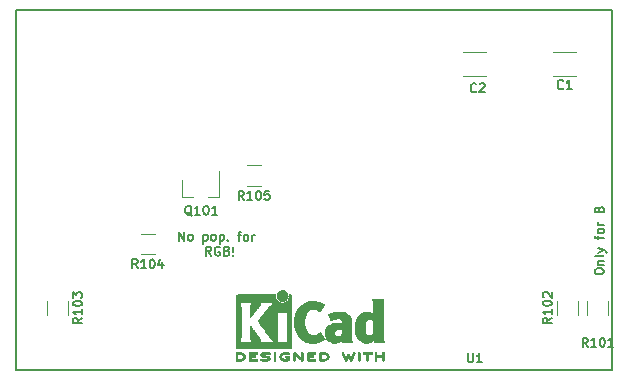
<source format=gbr>
G04 #@! TF.FileFunction,Legend,Top*
%FSLAX46Y46*%
G04 Gerber Fmt 4.6, Leading zero omitted, Abs format (unit mm)*
G04 Created by KiCad (PCBNEW 4.0.7) date 01/27/18 17:50:34*
%MOMM*%
%LPD*%
G01*
G04 APERTURE LIST*
%ADD10C,0.076200*%
%ADD11C,0.127000*%
%ADD12C,0.120000*%
%ADD13C,0.150000*%
%ADD14C,0.010000*%
G04 APERTURE END LIST*
D10*
D11*
X162656157Y-90108314D02*
X162656157Y-89346314D01*
X163091585Y-90108314D01*
X163091585Y-89346314D01*
X163563300Y-90108314D02*
X163490728Y-90072029D01*
X163454443Y-90035743D01*
X163418157Y-89963171D01*
X163418157Y-89745457D01*
X163454443Y-89672886D01*
X163490728Y-89636600D01*
X163563300Y-89600314D01*
X163672157Y-89600314D01*
X163744728Y-89636600D01*
X163781014Y-89672886D01*
X163817300Y-89745457D01*
X163817300Y-89963171D01*
X163781014Y-90035743D01*
X163744728Y-90072029D01*
X163672157Y-90108314D01*
X163563300Y-90108314D01*
X164724443Y-89600314D02*
X164724443Y-90362314D01*
X164724443Y-89636600D02*
X164797014Y-89600314D01*
X164942157Y-89600314D01*
X165014728Y-89636600D01*
X165051014Y-89672886D01*
X165087300Y-89745457D01*
X165087300Y-89963171D01*
X165051014Y-90035743D01*
X165014728Y-90072029D01*
X164942157Y-90108314D01*
X164797014Y-90108314D01*
X164724443Y-90072029D01*
X165522729Y-90108314D02*
X165450157Y-90072029D01*
X165413872Y-90035743D01*
X165377586Y-89963171D01*
X165377586Y-89745457D01*
X165413872Y-89672886D01*
X165450157Y-89636600D01*
X165522729Y-89600314D01*
X165631586Y-89600314D01*
X165704157Y-89636600D01*
X165740443Y-89672886D01*
X165776729Y-89745457D01*
X165776729Y-89963171D01*
X165740443Y-90035743D01*
X165704157Y-90072029D01*
X165631586Y-90108314D01*
X165522729Y-90108314D01*
X166103301Y-89600314D02*
X166103301Y-90362314D01*
X166103301Y-89636600D02*
X166175872Y-89600314D01*
X166321015Y-89600314D01*
X166393586Y-89636600D01*
X166429872Y-89672886D01*
X166466158Y-89745457D01*
X166466158Y-89963171D01*
X166429872Y-90035743D01*
X166393586Y-90072029D01*
X166321015Y-90108314D01*
X166175872Y-90108314D01*
X166103301Y-90072029D01*
X166792730Y-90035743D02*
X166829015Y-90072029D01*
X166792730Y-90108314D01*
X166756444Y-90072029D01*
X166792730Y-90035743D01*
X166792730Y-90108314D01*
X167627300Y-89600314D02*
X167917586Y-89600314D01*
X167736158Y-90108314D02*
X167736158Y-89455171D01*
X167772443Y-89382600D01*
X167845015Y-89346314D01*
X167917586Y-89346314D01*
X168280444Y-90108314D02*
X168207872Y-90072029D01*
X168171587Y-90035743D01*
X168135301Y-89963171D01*
X168135301Y-89745457D01*
X168171587Y-89672886D01*
X168207872Y-89636600D01*
X168280444Y-89600314D01*
X168389301Y-89600314D01*
X168461872Y-89636600D01*
X168498158Y-89672886D01*
X168534444Y-89745457D01*
X168534444Y-89963171D01*
X168498158Y-90035743D01*
X168461872Y-90072029D01*
X168389301Y-90108314D01*
X168280444Y-90108314D01*
X168861016Y-90108314D02*
X168861016Y-89600314D01*
X168861016Y-89745457D02*
X168897301Y-89672886D01*
X168933587Y-89636600D01*
X169006158Y-89600314D01*
X169078730Y-89600314D01*
X165395729Y-91378314D02*
X165141729Y-91015457D01*
X164960301Y-91378314D02*
X164960301Y-90616314D01*
X165250586Y-90616314D01*
X165323158Y-90652600D01*
X165359443Y-90688886D01*
X165395729Y-90761457D01*
X165395729Y-90870314D01*
X165359443Y-90942886D01*
X165323158Y-90979171D01*
X165250586Y-91015457D01*
X164960301Y-91015457D01*
X166121443Y-90652600D02*
X166048872Y-90616314D01*
X165940015Y-90616314D01*
X165831158Y-90652600D01*
X165758586Y-90725171D01*
X165722301Y-90797743D01*
X165686015Y-90942886D01*
X165686015Y-91051743D01*
X165722301Y-91196886D01*
X165758586Y-91269457D01*
X165831158Y-91342029D01*
X165940015Y-91378314D01*
X166012586Y-91378314D01*
X166121443Y-91342029D01*
X166157729Y-91305743D01*
X166157729Y-91051743D01*
X166012586Y-91051743D01*
X166738301Y-90979171D02*
X166847158Y-91015457D01*
X166883443Y-91051743D01*
X166919729Y-91124314D01*
X166919729Y-91233171D01*
X166883443Y-91305743D01*
X166847158Y-91342029D01*
X166774586Y-91378314D01*
X166484301Y-91378314D01*
X166484301Y-90616314D01*
X166738301Y-90616314D01*
X166810872Y-90652600D01*
X166847158Y-90688886D01*
X166883443Y-90761457D01*
X166883443Y-90834029D01*
X166847158Y-90906600D01*
X166810872Y-90942886D01*
X166738301Y-90979171D01*
X166484301Y-90979171D01*
X167246301Y-91305743D02*
X167282586Y-91342029D01*
X167246301Y-91378314D01*
X167210015Y-91342029D01*
X167246301Y-91305743D01*
X167246301Y-91378314D01*
X167246301Y-91088029D02*
X167210015Y-90652600D01*
X167246301Y-90616314D01*
X167282586Y-90652600D01*
X167246301Y-91088029D01*
X167246301Y-90616314D01*
X197855114Y-92798900D02*
X197855114Y-92653757D01*
X197891400Y-92581185D01*
X197963971Y-92508614D01*
X198109114Y-92472328D01*
X198363114Y-92472328D01*
X198508257Y-92508614D01*
X198580829Y-92581185D01*
X198617114Y-92653757D01*
X198617114Y-92798900D01*
X198580829Y-92871471D01*
X198508257Y-92944042D01*
X198363114Y-92980328D01*
X198109114Y-92980328D01*
X197963971Y-92944042D01*
X197891400Y-92871471D01*
X197855114Y-92798900D01*
X198109114Y-92145756D02*
X198617114Y-92145756D01*
X198181686Y-92145756D02*
X198145400Y-92109471D01*
X198109114Y-92036899D01*
X198109114Y-91928042D01*
X198145400Y-91855471D01*
X198217971Y-91819185D01*
X198617114Y-91819185D01*
X198617114Y-91347470D02*
X198580829Y-91420042D01*
X198508257Y-91456327D01*
X197855114Y-91456327D01*
X198109114Y-91129756D02*
X198617114Y-90948327D01*
X198109114Y-90766899D02*
X198617114Y-90948327D01*
X198798543Y-91020899D01*
X198834829Y-91057184D01*
X198871114Y-91129756D01*
X198109114Y-90004900D02*
X198109114Y-89714614D01*
X198617114Y-89896042D02*
X197963971Y-89896042D01*
X197891400Y-89859757D01*
X197855114Y-89787185D01*
X197855114Y-89714614D01*
X198617114Y-89351756D02*
X198580829Y-89424328D01*
X198544543Y-89460613D01*
X198471971Y-89496899D01*
X198254257Y-89496899D01*
X198181686Y-89460613D01*
X198145400Y-89424328D01*
X198109114Y-89351756D01*
X198109114Y-89242899D01*
X198145400Y-89170328D01*
X198181686Y-89134042D01*
X198254257Y-89097756D01*
X198471971Y-89097756D01*
X198544543Y-89134042D01*
X198580829Y-89170328D01*
X198617114Y-89242899D01*
X198617114Y-89351756D01*
X198617114Y-88771184D02*
X198109114Y-88771184D01*
X198254257Y-88771184D02*
X198181686Y-88734899D01*
X198145400Y-88698613D01*
X198109114Y-88626042D01*
X198109114Y-88553470D01*
X198217971Y-87464899D02*
X198254257Y-87356042D01*
X198290543Y-87319757D01*
X198363114Y-87283471D01*
X198471971Y-87283471D01*
X198544543Y-87319757D01*
X198580829Y-87356042D01*
X198617114Y-87428614D01*
X198617114Y-87718899D01*
X197855114Y-87718899D01*
X197855114Y-87464899D01*
X197891400Y-87392328D01*
X197927686Y-87356042D01*
X198000257Y-87319757D01*
X198072829Y-87319757D01*
X198145400Y-87356042D01*
X198181686Y-87392328D01*
X198217971Y-87464899D01*
X198217971Y-87718899D01*
D12*
X194326000Y-76204000D02*
X196326000Y-76204000D01*
X196326000Y-74164000D02*
X194326000Y-74164000D01*
X188706000Y-74164000D02*
X186706000Y-74164000D01*
X186706000Y-76204000D02*
X188706000Y-76204000D01*
D13*
X148860000Y-70576000D02*
X148860000Y-101076000D01*
X148860000Y-101076000D02*
X199360000Y-101076000D01*
X199360000Y-101076000D02*
X199360000Y-70576000D01*
X199360000Y-70576000D02*
X148860000Y-70576000D01*
D14*
G36*
X167614629Y-99551066D02*
X167654111Y-99551467D01*
X167769800Y-99554259D01*
X167866689Y-99562550D01*
X167948081Y-99577232D01*
X168017277Y-99599193D01*
X168077580Y-99629322D01*
X168132292Y-99668510D01*
X168151833Y-99685532D01*
X168184250Y-99725363D01*
X168213480Y-99779413D01*
X168236009Y-99839323D01*
X168248321Y-99896739D01*
X168249600Y-99917956D01*
X168241583Y-99976769D01*
X168220101Y-100041013D01*
X168189001Y-100101821D01*
X168152134Y-100150330D01*
X168146146Y-100156182D01*
X168095421Y-100197321D01*
X168039875Y-100229435D01*
X167976304Y-100253365D01*
X167901506Y-100269953D01*
X167812278Y-100280041D01*
X167705418Y-100284469D01*
X167656472Y-100284845D01*
X167594238Y-100284545D01*
X167550472Y-100283292D01*
X167521069Y-100280554D01*
X167501921Y-100275801D01*
X167488923Y-100268501D01*
X167481955Y-100262267D01*
X167475374Y-100254694D01*
X167470212Y-100244924D01*
X167466297Y-100230340D01*
X167463457Y-100208326D01*
X167461520Y-100176264D01*
X167460316Y-100131536D01*
X167459672Y-100071526D01*
X167459417Y-99993617D01*
X167459378Y-99917956D01*
X167459130Y-99817041D01*
X167459183Y-99736427D01*
X167460143Y-99697822D01*
X167606133Y-99697822D01*
X167606133Y-100138089D01*
X167699266Y-100138004D01*
X167755307Y-100136396D01*
X167814001Y-100132256D01*
X167862972Y-100126464D01*
X167864462Y-100126226D01*
X167943608Y-100107090D01*
X168004998Y-100077287D01*
X168051695Y-100034878D01*
X168081365Y-99988961D01*
X168099647Y-99938026D01*
X168098229Y-99890200D01*
X168077012Y-99838933D01*
X168035511Y-99785899D01*
X167978002Y-99746600D01*
X167903250Y-99720331D01*
X167853292Y-99711035D01*
X167796584Y-99704507D01*
X167736481Y-99699782D01*
X167685361Y-99697817D01*
X167682333Y-99697808D01*
X167606133Y-99697822D01*
X167460143Y-99697822D01*
X167460740Y-99673851D01*
X167465002Y-99627055D01*
X167473170Y-99593778D01*
X167486444Y-99571759D01*
X167506026Y-99558739D01*
X167533117Y-99552457D01*
X167568918Y-99550653D01*
X167614629Y-99551066D01*
X167614629Y-99551066D01*
G37*
X167614629Y-99551066D02*
X167654111Y-99551467D01*
X167769800Y-99554259D01*
X167866689Y-99562550D01*
X167948081Y-99577232D01*
X168017277Y-99599193D01*
X168077580Y-99629322D01*
X168132292Y-99668510D01*
X168151833Y-99685532D01*
X168184250Y-99725363D01*
X168213480Y-99779413D01*
X168236009Y-99839323D01*
X168248321Y-99896739D01*
X168249600Y-99917956D01*
X168241583Y-99976769D01*
X168220101Y-100041013D01*
X168189001Y-100101821D01*
X168152134Y-100150330D01*
X168146146Y-100156182D01*
X168095421Y-100197321D01*
X168039875Y-100229435D01*
X167976304Y-100253365D01*
X167901506Y-100269953D01*
X167812278Y-100280041D01*
X167705418Y-100284469D01*
X167656472Y-100284845D01*
X167594238Y-100284545D01*
X167550472Y-100283292D01*
X167521069Y-100280554D01*
X167501921Y-100275801D01*
X167488923Y-100268501D01*
X167481955Y-100262267D01*
X167475374Y-100254694D01*
X167470212Y-100244924D01*
X167466297Y-100230340D01*
X167463457Y-100208326D01*
X167461520Y-100176264D01*
X167460316Y-100131536D01*
X167459672Y-100071526D01*
X167459417Y-99993617D01*
X167459378Y-99917956D01*
X167459130Y-99817041D01*
X167459183Y-99736427D01*
X167460143Y-99697822D01*
X167606133Y-99697822D01*
X167606133Y-100138089D01*
X167699266Y-100138004D01*
X167755307Y-100136396D01*
X167814001Y-100132256D01*
X167862972Y-100126464D01*
X167864462Y-100126226D01*
X167943608Y-100107090D01*
X168004998Y-100077287D01*
X168051695Y-100034878D01*
X168081365Y-99988961D01*
X168099647Y-99938026D01*
X168098229Y-99890200D01*
X168077012Y-99838933D01*
X168035511Y-99785899D01*
X167978002Y-99746600D01*
X167903250Y-99720331D01*
X167853292Y-99711035D01*
X167796584Y-99704507D01*
X167736481Y-99699782D01*
X167685361Y-99697817D01*
X167682333Y-99697808D01*
X167606133Y-99697822D01*
X167460143Y-99697822D01*
X167460740Y-99673851D01*
X167465002Y-99627055D01*
X167473170Y-99593778D01*
X167486444Y-99571759D01*
X167506026Y-99558739D01*
X167533117Y-99552457D01*
X167568918Y-99550653D01*
X167614629Y-99551066D01*
G36*
X169023206Y-99551146D02*
X169092614Y-99551518D01*
X169145003Y-99552385D01*
X169183153Y-99553946D01*
X169209841Y-99556403D01*
X169227847Y-99559957D01*
X169239951Y-99564810D01*
X169248931Y-99571161D01*
X169252182Y-99574084D01*
X169271957Y-99605142D01*
X169275518Y-99640828D01*
X169262509Y-99672510D01*
X169256494Y-99678913D01*
X169246765Y-99685121D01*
X169231099Y-99689910D01*
X169206592Y-99693514D01*
X169170339Y-99696164D01*
X169119435Y-99698095D01*
X169050974Y-99699539D01*
X168988383Y-99700418D01*
X168740666Y-99703467D01*
X168737281Y-99768378D01*
X168733895Y-99833289D01*
X168902042Y-99833289D01*
X168975041Y-99833919D01*
X169028483Y-99836553D01*
X169065372Y-99842309D01*
X169088712Y-99852304D01*
X169101506Y-99867656D01*
X169106758Y-99889482D01*
X169107555Y-99909738D01*
X169105077Y-99934592D01*
X169095723Y-99952906D01*
X169076617Y-99965637D01*
X169044882Y-99973741D01*
X168997641Y-99978176D01*
X168932017Y-99979899D01*
X168896199Y-99980045D01*
X168735022Y-99980045D01*
X168735022Y-100138089D01*
X168983378Y-100138089D01*
X169064787Y-100138202D01*
X169126658Y-100138712D01*
X169172032Y-100139870D01*
X169203946Y-100141930D01*
X169225441Y-100145146D01*
X169239557Y-100149772D01*
X169249332Y-100156059D01*
X169254311Y-100160667D01*
X169271390Y-100187560D01*
X169276889Y-100211467D01*
X169269037Y-100240667D01*
X169254311Y-100262267D01*
X169246454Y-100269066D01*
X169236312Y-100274346D01*
X169221156Y-100278298D01*
X169198259Y-100281113D01*
X169164891Y-100282982D01*
X169118325Y-100284098D01*
X169055833Y-100284651D01*
X168974686Y-100284833D01*
X168932578Y-100284845D01*
X168842402Y-100284765D01*
X168772076Y-100284398D01*
X168718871Y-100283552D01*
X168680060Y-100282036D01*
X168652913Y-100279659D01*
X168634702Y-100276229D01*
X168622700Y-100271554D01*
X168614178Y-100265444D01*
X168610844Y-100262267D01*
X168604245Y-100254670D01*
X168599073Y-100244870D01*
X168595154Y-100230239D01*
X168592316Y-100208152D01*
X168590385Y-100175982D01*
X168589188Y-100131103D01*
X168588552Y-100070889D01*
X168588303Y-99992713D01*
X168588266Y-99919923D01*
X168588300Y-99826707D01*
X168588535Y-99753431D01*
X168589170Y-99697458D01*
X168590406Y-99656151D01*
X168592444Y-99626872D01*
X168595483Y-99606984D01*
X168599723Y-99593850D01*
X168605365Y-99584832D01*
X168612609Y-99577293D01*
X168614394Y-99575612D01*
X168623055Y-99568172D01*
X168633118Y-99562409D01*
X168647375Y-99558112D01*
X168668617Y-99555064D01*
X168699636Y-99553051D01*
X168743223Y-99551860D01*
X168802169Y-99551275D01*
X168879266Y-99551083D01*
X168933999Y-99551067D01*
X169023206Y-99551146D01*
X169023206Y-99551146D01*
G37*
X169023206Y-99551146D02*
X169092614Y-99551518D01*
X169145003Y-99552385D01*
X169183153Y-99553946D01*
X169209841Y-99556403D01*
X169227847Y-99559957D01*
X169239951Y-99564810D01*
X169248931Y-99571161D01*
X169252182Y-99574084D01*
X169271957Y-99605142D01*
X169275518Y-99640828D01*
X169262509Y-99672510D01*
X169256494Y-99678913D01*
X169246765Y-99685121D01*
X169231099Y-99689910D01*
X169206592Y-99693514D01*
X169170339Y-99696164D01*
X169119435Y-99698095D01*
X169050974Y-99699539D01*
X168988383Y-99700418D01*
X168740666Y-99703467D01*
X168737281Y-99768378D01*
X168733895Y-99833289D01*
X168902042Y-99833289D01*
X168975041Y-99833919D01*
X169028483Y-99836553D01*
X169065372Y-99842309D01*
X169088712Y-99852304D01*
X169101506Y-99867656D01*
X169106758Y-99889482D01*
X169107555Y-99909738D01*
X169105077Y-99934592D01*
X169095723Y-99952906D01*
X169076617Y-99965637D01*
X169044882Y-99973741D01*
X168997641Y-99978176D01*
X168932017Y-99979899D01*
X168896199Y-99980045D01*
X168735022Y-99980045D01*
X168735022Y-100138089D01*
X168983378Y-100138089D01*
X169064787Y-100138202D01*
X169126658Y-100138712D01*
X169172032Y-100139870D01*
X169203946Y-100141930D01*
X169225441Y-100145146D01*
X169239557Y-100149772D01*
X169249332Y-100156059D01*
X169254311Y-100160667D01*
X169271390Y-100187560D01*
X169276889Y-100211467D01*
X169269037Y-100240667D01*
X169254311Y-100262267D01*
X169246454Y-100269066D01*
X169236312Y-100274346D01*
X169221156Y-100278298D01*
X169198259Y-100281113D01*
X169164891Y-100282982D01*
X169118325Y-100284098D01*
X169055833Y-100284651D01*
X168974686Y-100284833D01*
X168932578Y-100284845D01*
X168842402Y-100284765D01*
X168772076Y-100284398D01*
X168718871Y-100283552D01*
X168680060Y-100282036D01*
X168652913Y-100279659D01*
X168634702Y-100276229D01*
X168622700Y-100271554D01*
X168614178Y-100265444D01*
X168610844Y-100262267D01*
X168604245Y-100254670D01*
X168599073Y-100244870D01*
X168595154Y-100230239D01*
X168592316Y-100208152D01*
X168590385Y-100175982D01*
X168589188Y-100131103D01*
X168588552Y-100070889D01*
X168588303Y-99992713D01*
X168588266Y-99919923D01*
X168588300Y-99826707D01*
X168588535Y-99753431D01*
X168589170Y-99697458D01*
X168590406Y-99656151D01*
X168592444Y-99626872D01*
X168595483Y-99606984D01*
X168599723Y-99593850D01*
X168605365Y-99584832D01*
X168612609Y-99577293D01*
X168614394Y-99575612D01*
X168623055Y-99568172D01*
X168633118Y-99562409D01*
X168647375Y-99558112D01*
X168668617Y-99555064D01*
X168699636Y-99553051D01*
X168743223Y-99551860D01*
X168802169Y-99551275D01*
X168879266Y-99551083D01*
X168933999Y-99551067D01*
X169023206Y-99551146D01*
G36*
X170044297Y-99552351D02*
X170119112Y-99557581D01*
X170188694Y-99565750D01*
X170248998Y-99576550D01*
X170295980Y-99589673D01*
X170325594Y-99604813D01*
X170330140Y-99609269D01*
X170345946Y-99643850D01*
X170341153Y-99679351D01*
X170316636Y-99709725D01*
X170315466Y-99710596D01*
X170301046Y-99719954D01*
X170285992Y-99724876D01*
X170264995Y-99725473D01*
X170232743Y-99721861D01*
X170183927Y-99714154D01*
X170180000Y-99713505D01*
X170107261Y-99704569D01*
X170028783Y-99700161D01*
X169950073Y-99700119D01*
X169876639Y-99704279D01*
X169813989Y-99712479D01*
X169767630Y-99724557D01*
X169764584Y-99725771D01*
X169730952Y-99744615D01*
X169719136Y-99763685D01*
X169728386Y-99782439D01*
X169757953Y-99800337D01*
X169807089Y-99816837D01*
X169875043Y-99831396D01*
X169920355Y-99838406D01*
X170014544Y-99851889D01*
X170089456Y-99864214D01*
X170148283Y-99876449D01*
X170194215Y-99889661D01*
X170230445Y-99904917D01*
X170260162Y-99923285D01*
X170286558Y-99945831D01*
X170307770Y-99967971D01*
X170332935Y-99998819D01*
X170345319Y-100025345D01*
X170349192Y-100058026D01*
X170349333Y-100069995D01*
X170346424Y-100109712D01*
X170334798Y-100139259D01*
X170314677Y-100165486D01*
X170273784Y-100205576D01*
X170228183Y-100236149D01*
X170174487Y-100258203D01*
X170109308Y-100272735D01*
X170029256Y-100280741D01*
X169930943Y-100283218D01*
X169914711Y-100283177D01*
X169849151Y-100281818D01*
X169784134Y-100278730D01*
X169726748Y-100274356D01*
X169684078Y-100269140D01*
X169680628Y-100268541D01*
X169638204Y-100258491D01*
X169602220Y-100245796D01*
X169581850Y-100234190D01*
X169562893Y-100203572D01*
X169561573Y-100167918D01*
X169577915Y-100136144D01*
X169581571Y-100132551D01*
X169596685Y-100121876D01*
X169615585Y-100117276D01*
X169644838Y-100118059D01*
X169680349Y-100122127D01*
X169720030Y-100125762D01*
X169775655Y-100128828D01*
X169840594Y-100131053D01*
X169908215Y-100132164D01*
X169926000Y-100132237D01*
X169993872Y-100131964D01*
X170043546Y-100130646D01*
X170079390Y-100127827D01*
X170105776Y-100123050D01*
X170127074Y-100115857D01*
X170139874Y-100109867D01*
X170168000Y-100093233D01*
X170185932Y-100078168D01*
X170188553Y-100073897D01*
X170183024Y-100056263D01*
X170156740Y-100039192D01*
X170111522Y-100023458D01*
X170049192Y-100009838D01*
X170030829Y-100006804D01*
X169934910Y-99991738D01*
X169858359Y-99979146D01*
X169798220Y-99968111D01*
X169751540Y-99957720D01*
X169715363Y-99947056D01*
X169686735Y-99935205D01*
X169662702Y-99921251D01*
X169640308Y-99904281D01*
X169616598Y-99883378D01*
X169608620Y-99876049D01*
X169580647Y-99848699D01*
X169565840Y-99827029D01*
X169560048Y-99802232D01*
X169559111Y-99770983D01*
X169569425Y-99709705D01*
X169600248Y-99657640D01*
X169651405Y-99614958D01*
X169722717Y-99581825D01*
X169773600Y-99566964D01*
X169828900Y-99557366D01*
X169895147Y-99551936D01*
X169968294Y-99550367D01*
X170044297Y-99552351D01*
X170044297Y-99552351D01*
G37*
X170044297Y-99552351D02*
X170119112Y-99557581D01*
X170188694Y-99565750D01*
X170248998Y-99576550D01*
X170295980Y-99589673D01*
X170325594Y-99604813D01*
X170330140Y-99609269D01*
X170345946Y-99643850D01*
X170341153Y-99679351D01*
X170316636Y-99709725D01*
X170315466Y-99710596D01*
X170301046Y-99719954D01*
X170285992Y-99724876D01*
X170264995Y-99725473D01*
X170232743Y-99721861D01*
X170183927Y-99714154D01*
X170180000Y-99713505D01*
X170107261Y-99704569D01*
X170028783Y-99700161D01*
X169950073Y-99700119D01*
X169876639Y-99704279D01*
X169813989Y-99712479D01*
X169767630Y-99724557D01*
X169764584Y-99725771D01*
X169730952Y-99744615D01*
X169719136Y-99763685D01*
X169728386Y-99782439D01*
X169757953Y-99800337D01*
X169807089Y-99816837D01*
X169875043Y-99831396D01*
X169920355Y-99838406D01*
X170014544Y-99851889D01*
X170089456Y-99864214D01*
X170148283Y-99876449D01*
X170194215Y-99889661D01*
X170230445Y-99904917D01*
X170260162Y-99923285D01*
X170286558Y-99945831D01*
X170307770Y-99967971D01*
X170332935Y-99998819D01*
X170345319Y-100025345D01*
X170349192Y-100058026D01*
X170349333Y-100069995D01*
X170346424Y-100109712D01*
X170334798Y-100139259D01*
X170314677Y-100165486D01*
X170273784Y-100205576D01*
X170228183Y-100236149D01*
X170174487Y-100258203D01*
X170109308Y-100272735D01*
X170029256Y-100280741D01*
X169930943Y-100283218D01*
X169914711Y-100283177D01*
X169849151Y-100281818D01*
X169784134Y-100278730D01*
X169726748Y-100274356D01*
X169684078Y-100269140D01*
X169680628Y-100268541D01*
X169638204Y-100258491D01*
X169602220Y-100245796D01*
X169581850Y-100234190D01*
X169562893Y-100203572D01*
X169561573Y-100167918D01*
X169577915Y-100136144D01*
X169581571Y-100132551D01*
X169596685Y-100121876D01*
X169615585Y-100117276D01*
X169644838Y-100118059D01*
X169680349Y-100122127D01*
X169720030Y-100125762D01*
X169775655Y-100128828D01*
X169840594Y-100131053D01*
X169908215Y-100132164D01*
X169926000Y-100132237D01*
X169993872Y-100131964D01*
X170043546Y-100130646D01*
X170079390Y-100127827D01*
X170105776Y-100123050D01*
X170127074Y-100115857D01*
X170139874Y-100109867D01*
X170168000Y-100093233D01*
X170185932Y-100078168D01*
X170188553Y-100073897D01*
X170183024Y-100056263D01*
X170156740Y-100039192D01*
X170111522Y-100023458D01*
X170049192Y-100009838D01*
X170030829Y-100006804D01*
X169934910Y-99991738D01*
X169858359Y-99979146D01*
X169798220Y-99968111D01*
X169751540Y-99957720D01*
X169715363Y-99947056D01*
X169686735Y-99935205D01*
X169662702Y-99921251D01*
X169640308Y-99904281D01*
X169616598Y-99883378D01*
X169608620Y-99876049D01*
X169580647Y-99848699D01*
X169565840Y-99827029D01*
X169560048Y-99802232D01*
X169559111Y-99770983D01*
X169569425Y-99709705D01*
X169600248Y-99657640D01*
X169651405Y-99614958D01*
X169722717Y-99581825D01*
X169773600Y-99566964D01*
X169828900Y-99557366D01*
X169895147Y-99551936D01*
X169968294Y-99550367D01*
X170044297Y-99552351D01*
G36*
X170812178Y-99573645D02*
X170818758Y-99581218D01*
X170823921Y-99590987D01*
X170827836Y-99605571D01*
X170830676Y-99627585D01*
X170832613Y-99659648D01*
X170833817Y-99704375D01*
X170834461Y-99764385D01*
X170834716Y-99842294D01*
X170834755Y-99917956D01*
X170834686Y-100011802D01*
X170834362Y-100085689D01*
X170833614Y-100142232D01*
X170832268Y-100184049D01*
X170830154Y-100213757D01*
X170827100Y-100233973D01*
X170822934Y-100247314D01*
X170817484Y-100256398D01*
X170812178Y-100262267D01*
X170779174Y-100281947D01*
X170744009Y-100280181D01*
X170712545Y-100258717D01*
X170705316Y-100250337D01*
X170699666Y-100240614D01*
X170695401Y-100226861D01*
X170692327Y-100206389D01*
X170690248Y-100176512D01*
X170688970Y-100134541D01*
X170688299Y-100077789D01*
X170688041Y-100003567D01*
X170688000Y-99919537D01*
X170688000Y-99606485D01*
X170715709Y-99578776D01*
X170749863Y-99555463D01*
X170782994Y-99554623D01*
X170812178Y-99573645D01*
X170812178Y-99573645D01*
G37*
X170812178Y-99573645D02*
X170818758Y-99581218D01*
X170823921Y-99590987D01*
X170827836Y-99605571D01*
X170830676Y-99627585D01*
X170832613Y-99659648D01*
X170833817Y-99704375D01*
X170834461Y-99764385D01*
X170834716Y-99842294D01*
X170834755Y-99917956D01*
X170834686Y-100011802D01*
X170834362Y-100085689D01*
X170833614Y-100142232D01*
X170832268Y-100184049D01*
X170830154Y-100213757D01*
X170827100Y-100233973D01*
X170822934Y-100247314D01*
X170817484Y-100256398D01*
X170812178Y-100262267D01*
X170779174Y-100281947D01*
X170744009Y-100280181D01*
X170712545Y-100258717D01*
X170705316Y-100250337D01*
X170699666Y-100240614D01*
X170695401Y-100226861D01*
X170692327Y-100206389D01*
X170690248Y-100176512D01*
X170688970Y-100134541D01*
X170688299Y-100077789D01*
X170688041Y-100003567D01*
X170688000Y-99919537D01*
X170688000Y-99606485D01*
X170715709Y-99578776D01*
X170749863Y-99555463D01*
X170782994Y-99554623D01*
X170812178Y-99573645D01*
G36*
X171785919Y-99556599D02*
X171854435Y-99568095D01*
X171907057Y-99585967D01*
X171941292Y-99609499D01*
X171950621Y-99622924D01*
X171960107Y-99654148D01*
X171953723Y-99682395D01*
X171933570Y-99709182D01*
X171902255Y-99721713D01*
X171856817Y-99720696D01*
X171821674Y-99713906D01*
X171743581Y-99700971D01*
X171663774Y-99699742D01*
X171574445Y-99710241D01*
X171549771Y-99714690D01*
X171466709Y-99738108D01*
X171401727Y-99772945D01*
X171355539Y-99818604D01*
X171328855Y-99874494D01*
X171323337Y-99903388D01*
X171326949Y-99962012D01*
X171350271Y-100013879D01*
X171391176Y-100057978D01*
X171447541Y-100093299D01*
X171517240Y-100118829D01*
X171598148Y-100133559D01*
X171688140Y-100136478D01*
X171785090Y-100126575D01*
X171790564Y-100125641D01*
X171829125Y-100118459D01*
X171850506Y-100111521D01*
X171859773Y-100101227D01*
X171861994Y-100083976D01*
X171862044Y-100074841D01*
X171862044Y-100036489D01*
X171793569Y-100036489D01*
X171733100Y-100032347D01*
X171691835Y-100019147D01*
X171667825Y-99995730D01*
X171659123Y-99960936D01*
X171659017Y-99956394D01*
X171664108Y-99926654D01*
X171681567Y-99905419D01*
X171714061Y-99891366D01*
X171764257Y-99883173D01*
X171812877Y-99880161D01*
X171883544Y-99878433D01*
X171934802Y-99881070D01*
X171969761Y-99890800D01*
X171991530Y-99910353D01*
X172003220Y-99942456D01*
X172007940Y-99989838D01*
X172008800Y-100052071D01*
X172007391Y-100121535D01*
X172003152Y-100168786D01*
X171996064Y-100194012D01*
X171994689Y-100195988D01*
X171955772Y-100227508D01*
X171898714Y-100252470D01*
X171827131Y-100270340D01*
X171744642Y-100280586D01*
X171654861Y-100282673D01*
X171561408Y-100276068D01*
X171506444Y-100267956D01*
X171420234Y-100243554D01*
X171340108Y-100203662D01*
X171273023Y-100151887D01*
X171262827Y-100141539D01*
X171229698Y-100098035D01*
X171199806Y-100044118D01*
X171176643Y-99987592D01*
X171163702Y-99936259D01*
X171162142Y-99916544D01*
X171168782Y-99875419D01*
X171186432Y-99824252D01*
X171211703Y-99770394D01*
X171241211Y-99721195D01*
X171267281Y-99688334D01*
X171328235Y-99639452D01*
X171407031Y-99600545D01*
X171500843Y-99572494D01*
X171606850Y-99556179D01*
X171704000Y-99552192D01*
X171785919Y-99556599D01*
X171785919Y-99556599D01*
G37*
X171785919Y-99556599D02*
X171854435Y-99568095D01*
X171907057Y-99585967D01*
X171941292Y-99609499D01*
X171950621Y-99622924D01*
X171960107Y-99654148D01*
X171953723Y-99682395D01*
X171933570Y-99709182D01*
X171902255Y-99721713D01*
X171856817Y-99720696D01*
X171821674Y-99713906D01*
X171743581Y-99700971D01*
X171663774Y-99699742D01*
X171574445Y-99710241D01*
X171549771Y-99714690D01*
X171466709Y-99738108D01*
X171401727Y-99772945D01*
X171355539Y-99818604D01*
X171328855Y-99874494D01*
X171323337Y-99903388D01*
X171326949Y-99962012D01*
X171350271Y-100013879D01*
X171391176Y-100057978D01*
X171447541Y-100093299D01*
X171517240Y-100118829D01*
X171598148Y-100133559D01*
X171688140Y-100136478D01*
X171785090Y-100126575D01*
X171790564Y-100125641D01*
X171829125Y-100118459D01*
X171850506Y-100111521D01*
X171859773Y-100101227D01*
X171861994Y-100083976D01*
X171862044Y-100074841D01*
X171862044Y-100036489D01*
X171793569Y-100036489D01*
X171733100Y-100032347D01*
X171691835Y-100019147D01*
X171667825Y-99995730D01*
X171659123Y-99960936D01*
X171659017Y-99956394D01*
X171664108Y-99926654D01*
X171681567Y-99905419D01*
X171714061Y-99891366D01*
X171764257Y-99883173D01*
X171812877Y-99880161D01*
X171883544Y-99878433D01*
X171934802Y-99881070D01*
X171969761Y-99890800D01*
X171991530Y-99910353D01*
X172003220Y-99942456D01*
X172007940Y-99989838D01*
X172008800Y-100052071D01*
X172007391Y-100121535D01*
X172003152Y-100168786D01*
X171996064Y-100194012D01*
X171994689Y-100195988D01*
X171955772Y-100227508D01*
X171898714Y-100252470D01*
X171827131Y-100270340D01*
X171744642Y-100280586D01*
X171654861Y-100282673D01*
X171561408Y-100276068D01*
X171506444Y-100267956D01*
X171420234Y-100243554D01*
X171340108Y-100203662D01*
X171273023Y-100151887D01*
X171262827Y-100141539D01*
X171229698Y-100098035D01*
X171199806Y-100044118D01*
X171176643Y-99987592D01*
X171163702Y-99936259D01*
X171162142Y-99916544D01*
X171168782Y-99875419D01*
X171186432Y-99824252D01*
X171211703Y-99770394D01*
X171241211Y-99721195D01*
X171267281Y-99688334D01*
X171328235Y-99639452D01*
X171407031Y-99600545D01*
X171500843Y-99572494D01*
X171606850Y-99556179D01*
X171704000Y-99552192D01*
X171785919Y-99556599D01*
G36*
X172435886Y-99555448D02*
X172459452Y-99569273D01*
X172490265Y-99591881D01*
X172529922Y-99624338D01*
X172580020Y-99667708D01*
X172642157Y-99723058D01*
X172717928Y-99791451D01*
X172804666Y-99870084D01*
X172985289Y-100033878D01*
X172990933Y-99814029D01*
X172992971Y-99738351D01*
X172994937Y-99681994D01*
X172997266Y-99641706D01*
X173000394Y-99614235D01*
X173004755Y-99596329D01*
X173010784Y-99584737D01*
X173018916Y-99576208D01*
X173023228Y-99572623D01*
X173057759Y-99553670D01*
X173090617Y-99556441D01*
X173116682Y-99572633D01*
X173143333Y-99594199D01*
X173146648Y-99909151D01*
X173147565Y-100001779D01*
X173148032Y-100074544D01*
X173147887Y-100130161D01*
X173146968Y-100171342D01*
X173145113Y-100200803D01*
X173142161Y-100221255D01*
X173137950Y-100235413D01*
X173132318Y-100245991D01*
X173126073Y-100254474D01*
X173112561Y-100270207D01*
X173099117Y-100280636D01*
X173083876Y-100284639D01*
X173064974Y-100281094D01*
X173040545Y-100268879D01*
X173008727Y-100246871D01*
X172967652Y-100213949D01*
X172915458Y-100168991D01*
X172850278Y-100110875D01*
X172776444Y-100044099D01*
X172511155Y-99803458D01*
X172505511Y-100022589D01*
X172503469Y-100098128D01*
X172501498Y-100154354D01*
X172499161Y-100194524D01*
X172496019Y-100221896D01*
X172491636Y-100239728D01*
X172485576Y-100251279D01*
X172477400Y-100259807D01*
X172473216Y-100263282D01*
X172436235Y-100282372D01*
X172401292Y-100279493D01*
X172370864Y-100255100D01*
X172363903Y-100245286D01*
X172358477Y-100233826D01*
X172354397Y-100217968D01*
X172351471Y-100194963D01*
X172349508Y-100162062D01*
X172348317Y-100116516D01*
X172347708Y-100055573D01*
X172347489Y-99976486D01*
X172347466Y-99917956D01*
X172347540Y-99826407D01*
X172347887Y-99754687D01*
X172348699Y-99700045D01*
X172350167Y-99659732D01*
X172352481Y-99630998D01*
X172355833Y-99611093D01*
X172360412Y-99597268D01*
X172366411Y-99586772D01*
X172370864Y-99580811D01*
X172382150Y-99566691D01*
X172392699Y-99556029D01*
X172404107Y-99549892D01*
X172417970Y-99549343D01*
X172435886Y-99555448D01*
X172435886Y-99555448D01*
G37*
X172435886Y-99555448D02*
X172459452Y-99569273D01*
X172490265Y-99591881D01*
X172529922Y-99624338D01*
X172580020Y-99667708D01*
X172642157Y-99723058D01*
X172717928Y-99791451D01*
X172804666Y-99870084D01*
X172985289Y-100033878D01*
X172990933Y-99814029D01*
X172992971Y-99738351D01*
X172994937Y-99681994D01*
X172997266Y-99641706D01*
X173000394Y-99614235D01*
X173004755Y-99596329D01*
X173010784Y-99584737D01*
X173018916Y-99576208D01*
X173023228Y-99572623D01*
X173057759Y-99553670D01*
X173090617Y-99556441D01*
X173116682Y-99572633D01*
X173143333Y-99594199D01*
X173146648Y-99909151D01*
X173147565Y-100001779D01*
X173148032Y-100074544D01*
X173147887Y-100130161D01*
X173146968Y-100171342D01*
X173145113Y-100200803D01*
X173142161Y-100221255D01*
X173137950Y-100235413D01*
X173132318Y-100245991D01*
X173126073Y-100254474D01*
X173112561Y-100270207D01*
X173099117Y-100280636D01*
X173083876Y-100284639D01*
X173064974Y-100281094D01*
X173040545Y-100268879D01*
X173008727Y-100246871D01*
X172967652Y-100213949D01*
X172915458Y-100168991D01*
X172850278Y-100110875D01*
X172776444Y-100044099D01*
X172511155Y-99803458D01*
X172505511Y-100022589D01*
X172503469Y-100098128D01*
X172501498Y-100154354D01*
X172499161Y-100194524D01*
X172496019Y-100221896D01*
X172491636Y-100239728D01*
X172485576Y-100251279D01*
X172477400Y-100259807D01*
X172473216Y-100263282D01*
X172436235Y-100282372D01*
X172401292Y-100279493D01*
X172370864Y-100255100D01*
X172363903Y-100245286D01*
X172358477Y-100233826D01*
X172354397Y-100217968D01*
X172351471Y-100194963D01*
X172349508Y-100162062D01*
X172348317Y-100116516D01*
X172347708Y-100055573D01*
X172347489Y-99976486D01*
X172347466Y-99917956D01*
X172347540Y-99826407D01*
X172347887Y-99754687D01*
X172348699Y-99700045D01*
X172350167Y-99659732D01*
X172352481Y-99630998D01*
X172355833Y-99611093D01*
X172360412Y-99597268D01*
X172366411Y-99586772D01*
X172370864Y-99580811D01*
X172382150Y-99566691D01*
X172392699Y-99556029D01*
X172404107Y-99549892D01*
X172417970Y-99549343D01*
X172435886Y-99555448D01*
G36*
X173966343Y-99551260D02*
X174042701Y-99552174D01*
X174101217Y-99554311D01*
X174144255Y-99558175D01*
X174174183Y-99564267D01*
X174193368Y-99573090D01*
X174204176Y-99585146D01*
X174208973Y-99600939D01*
X174210127Y-99620970D01*
X174210133Y-99623335D01*
X174209131Y-99645992D01*
X174204396Y-99663503D01*
X174193333Y-99676574D01*
X174173348Y-99685913D01*
X174141846Y-99692227D01*
X174096232Y-99696222D01*
X174033913Y-99698606D01*
X173952293Y-99700086D01*
X173927277Y-99700414D01*
X173685200Y-99703467D01*
X173681814Y-99768378D01*
X173678429Y-99833289D01*
X173846576Y-99833289D01*
X173912266Y-99833531D01*
X173959172Y-99834556D01*
X173991083Y-99836811D01*
X174011791Y-99840742D01*
X174025084Y-99846798D01*
X174034755Y-99855424D01*
X174034817Y-99855493D01*
X174052356Y-99889112D01*
X174051722Y-99925448D01*
X174033314Y-99956423D01*
X174029671Y-99959607D01*
X174016741Y-99967812D01*
X173999024Y-99973521D01*
X173972570Y-99977162D01*
X173933432Y-99979167D01*
X173877662Y-99979964D01*
X173841994Y-99980045D01*
X173679555Y-99980045D01*
X173679555Y-100138089D01*
X173926161Y-100138089D01*
X174007580Y-100138231D01*
X174069410Y-100138814D01*
X174114637Y-100140068D01*
X174146248Y-100142227D01*
X174167231Y-100145523D01*
X174180573Y-100150189D01*
X174189261Y-100156457D01*
X174191450Y-100158733D01*
X174207614Y-100190280D01*
X174208797Y-100226168D01*
X174195536Y-100257285D01*
X174185043Y-100267271D01*
X174174129Y-100272769D01*
X174157217Y-100277022D01*
X174131633Y-100280180D01*
X174094701Y-100282392D01*
X174043746Y-100283806D01*
X173976094Y-100284572D01*
X173889069Y-100284838D01*
X173869394Y-100284845D01*
X173780911Y-100284787D01*
X173712227Y-100284467D01*
X173660564Y-100283667D01*
X173623145Y-100282167D01*
X173597190Y-100279749D01*
X173579922Y-100276194D01*
X173568562Y-100271282D01*
X173560332Y-100264795D01*
X173555817Y-100260138D01*
X173549021Y-100251889D01*
X173543712Y-100241669D01*
X173539706Y-100226800D01*
X173536821Y-100204602D01*
X173534874Y-100172393D01*
X173533681Y-100127496D01*
X173533061Y-100067228D01*
X173532829Y-99988911D01*
X173532800Y-99922994D01*
X173532871Y-99830628D01*
X173533208Y-99758117D01*
X173533998Y-99702737D01*
X173535426Y-99661765D01*
X173537679Y-99632478D01*
X173540943Y-99612153D01*
X173545404Y-99598066D01*
X173551248Y-99587495D01*
X173556197Y-99580811D01*
X173579594Y-99551067D01*
X173869774Y-99551067D01*
X173966343Y-99551260D01*
X173966343Y-99551260D01*
G37*
X173966343Y-99551260D02*
X174042701Y-99552174D01*
X174101217Y-99554311D01*
X174144255Y-99558175D01*
X174174183Y-99564267D01*
X174193368Y-99573090D01*
X174204176Y-99585146D01*
X174208973Y-99600939D01*
X174210127Y-99620970D01*
X174210133Y-99623335D01*
X174209131Y-99645992D01*
X174204396Y-99663503D01*
X174193333Y-99676574D01*
X174173348Y-99685913D01*
X174141846Y-99692227D01*
X174096232Y-99696222D01*
X174033913Y-99698606D01*
X173952293Y-99700086D01*
X173927277Y-99700414D01*
X173685200Y-99703467D01*
X173681814Y-99768378D01*
X173678429Y-99833289D01*
X173846576Y-99833289D01*
X173912266Y-99833531D01*
X173959172Y-99834556D01*
X173991083Y-99836811D01*
X174011791Y-99840742D01*
X174025084Y-99846798D01*
X174034755Y-99855424D01*
X174034817Y-99855493D01*
X174052356Y-99889112D01*
X174051722Y-99925448D01*
X174033314Y-99956423D01*
X174029671Y-99959607D01*
X174016741Y-99967812D01*
X173999024Y-99973521D01*
X173972570Y-99977162D01*
X173933432Y-99979167D01*
X173877662Y-99979964D01*
X173841994Y-99980045D01*
X173679555Y-99980045D01*
X173679555Y-100138089D01*
X173926161Y-100138089D01*
X174007580Y-100138231D01*
X174069410Y-100138814D01*
X174114637Y-100140068D01*
X174146248Y-100142227D01*
X174167231Y-100145523D01*
X174180573Y-100150189D01*
X174189261Y-100156457D01*
X174191450Y-100158733D01*
X174207614Y-100190280D01*
X174208797Y-100226168D01*
X174195536Y-100257285D01*
X174185043Y-100267271D01*
X174174129Y-100272769D01*
X174157217Y-100277022D01*
X174131633Y-100280180D01*
X174094701Y-100282392D01*
X174043746Y-100283806D01*
X173976094Y-100284572D01*
X173889069Y-100284838D01*
X173869394Y-100284845D01*
X173780911Y-100284787D01*
X173712227Y-100284467D01*
X173660564Y-100283667D01*
X173623145Y-100282167D01*
X173597190Y-100279749D01*
X173579922Y-100276194D01*
X173568562Y-100271282D01*
X173560332Y-100264795D01*
X173555817Y-100260138D01*
X173549021Y-100251889D01*
X173543712Y-100241669D01*
X173539706Y-100226800D01*
X173536821Y-100204602D01*
X173534874Y-100172393D01*
X173533681Y-100127496D01*
X173533061Y-100067228D01*
X173532829Y-99988911D01*
X173532800Y-99922994D01*
X173532871Y-99830628D01*
X173533208Y-99758117D01*
X173533998Y-99702737D01*
X173535426Y-99661765D01*
X173537679Y-99632478D01*
X173540943Y-99612153D01*
X173545404Y-99598066D01*
X173551248Y-99587495D01*
X173556197Y-99580811D01*
X173579594Y-99551067D01*
X173869774Y-99551067D01*
X173966343Y-99551260D01*
G36*
X174754309Y-99551275D02*
X174883288Y-99555636D01*
X174992991Y-99568861D01*
X175085226Y-99591741D01*
X175161802Y-99625070D01*
X175224527Y-99669638D01*
X175275212Y-99726236D01*
X175315663Y-99795658D01*
X175316459Y-99797351D01*
X175340601Y-99859483D01*
X175349203Y-99914509D01*
X175342231Y-99969887D01*
X175319654Y-100033073D01*
X175315372Y-100042689D01*
X175286172Y-100098966D01*
X175253356Y-100142451D01*
X175211002Y-100179417D01*
X175153190Y-100216135D01*
X175149831Y-100218052D01*
X175099504Y-100242227D01*
X175042621Y-100260282D01*
X174975527Y-100272839D01*
X174894565Y-100280522D01*
X174796082Y-100283953D01*
X174761286Y-100284251D01*
X174595594Y-100284845D01*
X174572197Y-100255100D01*
X174565257Y-100245319D01*
X174559842Y-100233897D01*
X174555765Y-100218095D01*
X174552837Y-100195175D01*
X174550867Y-100162396D01*
X174550225Y-100138089D01*
X174706844Y-100138089D01*
X174800726Y-100138089D01*
X174855664Y-100136483D01*
X174912060Y-100132255D01*
X174958345Y-100126292D01*
X174961139Y-100125790D01*
X175043348Y-100103736D01*
X175107114Y-100070600D01*
X175154452Y-100024847D01*
X175187382Y-99964939D01*
X175193108Y-99949061D01*
X175198721Y-99924333D01*
X175196291Y-99899902D01*
X175184467Y-99867400D01*
X175177340Y-99851434D01*
X175154000Y-99809006D01*
X175125880Y-99779240D01*
X175094940Y-99758511D01*
X175032966Y-99731537D01*
X174953651Y-99711998D01*
X174861253Y-99700746D01*
X174794333Y-99698270D01*
X174706844Y-99697822D01*
X174706844Y-100138089D01*
X174550225Y-100138089D01*
X174549668Y-100117021D01*
X174549050Y-100056311D01*
X174548825Y-99977526D01*
X174548800Y-99915920D01*
X174548800Y-99606485D01*
X174576509Y-99578776D01*
X174588806Y-99567544D01*
X174602103Y-99559853D01*
X174620672Y-99555040D01*
X174648786Y-99552446D01*
X174690717Y-99551410D01*
X174750737Y-99551270D01*
X174754309Y-99551275D01*
X174754309Y-99551275D01*
G37*
X174754309Y-99551275D02*
X174883288Y-99555636D01*
X174992991Y-99568861D01*
X175085226Y-99591741D01*
X175161802Y-99625070D01*
X175224527Y-99669638D01*
X175275212Y-99726236D01*
X175315663Y-99795658D01*
X175316459Y-99797351D01*
X175340601Y-99859483D01*
X175349203Y-99914509D01*
X175342231Y-99969887D01*
X175319654Y-100033073D01*
X175315372Y-100042689D01*
X175286172Y-100098966D01*
X175253356Y-100142451D01*
X175211002Y-100179417D01*
X175153190Y-100216135D01*
X175149831Y-100218052D01*
X175099504Y-100242227D01*
X175042621Y-100260282D01*
X174975527Y-100272839D01*
X174894565Y-100280522D01*
X174796082Y-100283953D01*
X174761286Y-100284251D01*
X174595594Y-100284845D01*
X174572197Y-100255100D01*
X174565257Y-100245319D01*
X174559842Y-100233897D01*
X174555765Y-100218095D01*
X174552837Y-100195175D01*
X174550867Y-100162396D01*
X174550225Y-100138089D01*
X174706844Y-100138089D01*
X174800726Y-100138089D01*
X174855664Y-100136483D01*
X174912060Y-100132255D01*
X174958345Y-100126292D01*
X174961139Y-100125790D01*
X175043348Y-100103736D01*
X175107114Y-100070600D01*
X175154452Y-100024847D01*
X175187382Y-99964939D01*
X175193108Y-99949061D01*
X175198721Y-99924333D01*
X175196291Y-99899902D01*
X175184467Y-99867400D01*
X175177340Y-99851434D01*
X175154000Y-99809006D01*
X175125880Y-99779240D01*
X175094940Y-99758511D01*
X175032966Y-99731537D01*
X174953651Y-99711998D01*
X174861253Y-99700746D01*
X174794333Y-99698270D01*
X174706844Y-99697822D01*
X174706844Y-100138089D01*
X174550225Y-100138089D01*
X174549668Y-100117021D01*
X174549050Y-100056311D01*
X174548825Y-99977526D01*
X174548800Y-99915920D01*
X174548800Y-99606485D01*
X174576509Y-99578776D01*
X174588806Y-99567544D01*
X174602103Y-99559853D01*
X174620672Y-99555040D01*
X174648786Y-99552446D01*
X174690717Y-99551410D01*
X174750737Y-99551270D01*
X174754309Y-99551275D01*
G36*
X177480665Y-99553034D02*
X177500255Y-99560035D01*
X177501010Y-99560377D01*
X177527613Y-99580678D01*
X177542270Y-99601561D01*
X177545138Y-99611352D01*
X177544996Y-99624361D01*
X177540961Y-99642895D01*
X177532146Y-99669257D01*
X177517669Y-99705752D01*
X177496645Y-99754687D01*
X177468188Y-99818365D01*
X177431415Y-99899093D01*
X177411175Y-99943216D01*
X177374625Y-100021985D01*
X177340315Y-100094423D01*
X177309552Y-100157880D01*
X177283648Y-100209708D01*
X177263910Y-100247259D01*
X177251650Y-100267884D01*
X177249224Y-100270733D01*
X177218183Y-100283302D01*
X177183121Y-100281619D01*
X177155000Y-100266332D01*
X177153854Y-100265089D01*
X177142668Y-100248154D01*
X177123904Y-100215170D01*
X177099875Y-100170380D01*
X177072897Y-100118032D01*
X177063201Y-100098742D01*
X176990014Y-99952150D01*
X176910240Y-100111393D01*
X176881767Y-100166415D01*
X176855350Y-100214132D01*
X176833148Y-100250893D01*
X176817319Y-100273044D01*
X176811954Y-100277741D01*
X176770257Y-100284102D01*
X176735849Y-100270733D01*
X176725728Y-100256446D01*
X176708214Y-100224692D01*
X176684735Y-100178597D01*
X176656720Y-100121285D01*
X176625599Y-100055880D01*
X176592799Y-99985507D01*
X176559750Y-99913291D01*
X176527881Y-99842355D01*
X176498619Y-99775825D01*
X176473395Y-99716826D01*
X176453636Y-99668481D01*
X176440772Y-99633915D01*
X176436231Y-99616253D01*
X176436277Y-99615613D01*
X176447326Y-99593388D01*
X176469410Y-99570753D01*
X176470710Y-99569768D01*
X176497853Y-99554425D01*
X176522958Y-99554574D01*
X176532368Y-99557466D01*
X176543834Y-99563718D01*
X176556010Y-99576014D01*
X176570357Y-99596908D01*
X176588336Y-99628949D01*
X176611407Y-99674688D01*
X176641030Y-99736677D01*
X176667745Y-99793898D01*
X176698480Y-99860226D01*
X176726021Y-99919874D01*
X176748938Y-99969725D01*
X176765798Y-100006664D01*
X176775173Y-100027573D01*
X176776540Y-100030845D01*
X176782689Y-100025497D01*
X176796822Y-100003109D01*
X176817057Y-99966946D01*
X176841515Y-99920277D01*
X176851248Y-99901022D01*
X176884217Y-99836004D01*
X176909643Y-99788654D01*
X176929612Y-99756219D01*
X176946210Y-99735946D01*
X176961524Y-99725082D01*
X176977640Y-99720875D01*
X176988143Y-99720400D01*
X177006670Y-99722042D01*
X177022904Y-99728831D01*
X177039035Y-99743566D01*
X177057251Y-99769044D01*
X177079739Y-99808061D01*
X177108689Y-99863414D01*
X177124662Y-99894903D01*
X177150570Y-99945087D01*
X177173167Y-99986704D01*
X177190458Y-100016242D01*
X177200450Y-100030189D01*
X177201809Y-100030770D01*
X177208261Y-100019793D01*
X177222708Y-99991290D01*
X177243703Y-99948244D01*
X177269797Y-99893638D01*
X177299546Y-99830454D01*
X177314180Y-99799071D01*
X177352250Y-99718078D01*
X177382905Y-99655756D01*
X177407737Y-99610071D01*
X177428337Y-99578989D01*
X177446298Y-99560478D01*
X177463210Y-99552504D01*
X177480665Y-99553034D01*
X177480665Y-99553034D01*
G37*
X177480665Y-99553034D02*
X177500255Y-99560035D01*
X177501010Y-99560377D01*
X177527613Y-99580678D01*
X177542270Y-99601561D01*
X177545138Y-99611352D01*
X177544996Y-99624361D01*
X177540961Y-99642895D01*
X177532146Y-99669257D01*
X177517669Y-99705752D01*
X177496645Y-99754687D01*
X177468188Y-99818365D01*
X177431415Y-99899093D01*
X177411175Y-99943216D01*
X177374625Y-100021985D01*
X177340315Y-100094423D01*
X177309552Y-100157880D01*
X177283648Y-100209708D01*
X177263910Y-100247259D01*
X177251650Y-100267884D01*
X177249224Y-100270733D01*
X177218183Y-100283302D01*
X177183121Y-100281619D01*
X177155000Y-100266332D01*
X177153854Y-100265089D01*
X177142668Y-100248154D01*
X177123904Y-100215170D01*
X177099875Y-100170380D01*
X177072897Y-100118032D01*
X177063201Y-100098742D01*
X176990014Y-99952150D01*
X176910240Y-100111393D01*
X176881767Y-100166415D01*
X176855350Y-100214132D01*
X176833148Y-100250893D01*
X176817319Y-100273044D01*
X176811954Y-100277741D01*
X176770257Y-100284102D01*
X176735849Y-100270733D01*
X176725728Y-100256446D01*
X176708214Y-100224692D01*
X176684735Y-100178597D01*
X176656720Y-100121285D01*
X176625599Y-100055880D01*
X176592799Y-99985507D01*
X176559750Y-99913291D01*
X176527881Y-99842355D01*
X176498619Y-99775825D01*
X176473395Y-99716826D01*
X176453636Y-99668481D01*
X176440772Y-99633915D01*
X176436231Y-99616253D01*
X176436277Y-99615613D01*
X176447326Y-99593388D01*
X176469410Y-99570753D01*
X176470710Y-99569768D01*
X176497853Y-99554425D01*
X176522958Y-99554574D01*
X176532368Y-99557466D01*
X176543834Y-99563718D01*
X176556010Y-99576014D01*
X176570357Y-99596908D01*
X176588336Y-99628949D01*
X176611407Y-99674688D01*
X176641030Y-99736677D01*
X176667745Y-99793898D01*
X176698480Y-99860226D01*
X176726021Y-99919874D01*
X176748938Y-99969725D01*
X176765798Y-100006664D01*
X176775173Y-100027573D01*
X176776540Y-100030845D01*
X176782689Y-100025497D01*
X176796822Y-100003109D01*
X176817057Y-99966946D01*
X176841515Y-99920277D01*
X176851248Y-99901022D01*
X176884217Y-99836004D01*
X176909643Y-99788654D01*
X176929612Y-99756219D01*
X176946210Y-99735946D01*
X176961524Y-99725082D01*
X176977640Y-99720875D01*
X176988143Y-99720400D01*
X177006670Y-99722042D01*
X177022904Y-99728831D01*
X177039035Y-99743566D01*
X177057251Y-99769044D01*
X177079739Y-99808061D01*
X177108689Y-99863414D01*
X177124662Y-99894903D01*
X177150570Y-99945087D01*
X177173167Y-99986704D01*
X177190458Y-100016242D01*
X177200450Y-100030189D01*
X177201809Y-100030770D01*
X177208261Y-100019793D01*
X177222708Y-99991290D01*
X177243703Y-99948244D01*
X177269797Y-99893638D01*
X177299546Y-99830454D01*
X177314180Y-99799071D01*
X177352250Y-99718078D01*
X177382905Y-99655756D01*
X177407737Y-99610071D01*
X177428337Y-99578989D01*
X177446298Y-99560478D01*
X177463210Y-99552504D01*
X177480665Y-99553034D01*
G36*
X177924614Y-99557877D02*
X177948327Y-99572647D01*
X177974978Y-99594227D01*
X177974978Y-99915773D01*
X177974893Y-100009830D01*
X177974529Y-100083932D01*
X177973724Y-100140704D01*
X177972313Y-100182768D01*
X177970133Y-100212748D01*
X177967021Y-100233267D01*
X177962814Y-100246949D01*
X177957348Y-100256416D01*
X177953472Y-100261082D01*
X177922034Y-100281575D01*
X177886233Y-100280739D01*
X177854873Y-100263264D01*
X177828222Y-100241684D01*
X177828222Y-99594227D01*
X177854873Y-99572647D01*
X177880594Y-99556949D01*
X177901600Y-99551067D01*
X177924614Y-99557877D01*
X177924614Y-99557877D01*
G37*
X177924614Y-99557877D02*
X177948327Y-99572647D01*
X177974978Y-99594227D01*
X177974978Y-99915773D01*
X177974893Y-100009830D01*
X177974529Y-100083932D01*
X177973724Y-100140704D01*
X177972313Y-100182768D01*
X177970133Y-100212748D01*
X177967021Y-100233267D01*
X177962814Y-100246949D01*
X177957348Y-100256416D01*
X177953472Y-100261082D01*
X177922034Y-100281575D01*
X177886233Y-100280739D01*
X177854873Y-100263264D01*
X177828222Y-100241684D01*
X177828222Y-99594227D01*
X177854873Y-99572647D01*
X177880594Y-99556949D01*
X177901600Y-99551067D01*
X177924614Y-99557877D01*
G36*
X178699065Y-99551163D02*
X178777772Y-99551542D01*
X178838863Y-99552333D01*
X178884817Y-99553670D01*
X178918114Y-99555683D01*
X178941236Y-99558506D01*
X178956662Y-99562269D01*
X178966871Y-99567105D01*
X178971813Y-99570822D01*
X178997457Y-99603358D01*
X179000559Y-99637138D01*
X178984711Y-99667826D01*
X178974348Y-99680089D01*
X178963196Y-99688450D01*
X178947035Y-99693657D01*
X178921642Y-99696457D01*
X178882798Y-99697596D01*
X178826280Y-99697821D01*
X178815180Y-99697822D01*
X178669244Y-99697822D01*
X178669244Y-99968756D01*
X178669148Y-100054154D01*
X178668711Y-100119864D01*
X178667712Y-100168774D01*
X178665928Y-100203773D01*
X178663137Y-100227749D01*
X178659117Y-100243593D01*
X178653645Y-100254191D01*
X178646666Y-100262267D01*
X178613734Y-100282112D01*
X178579354Y-100280548D01*
X178548176Y-100257906D01*
X178545886Y-100255100D01*
X178538429Y-100244492D01*
X178532747Y-100232081D01*
X178528601Y-100214850D01*
X178525750Y-100189784D01*
X178523954Y-100153867D01*
X178522972Y-100104083D01*
X178522564Y-100037417D01*
X178522489Y-99961589D01*
X178522489Y-99697822D01*
X178383127Y-99697822D01*
X178323322Y-99697418D01*
X178281918Y-99695840D01*
X178254748Y-99692547D01*
X178237646Y-99686992D01*
X178226443Y-99678631D01*
X178225083Y-99677178D01*
X178208725Y-99643939D01*
X178210172Y-99606362D01*
X178228978Y-99573645D01*
X178236250Y-99567298D01*
X178245627Y-99562266D01*
X178259609Y-99558396D01*
X178280696Y-99555537D01*
X178311389Y-99553535D01*
X178354189Y-99552239D01*
X178411595Y-99551498D01*
X178486110Y-99551158D01*
X178580233Y-99551068D01*
X178600260Y-99551067D01*
X178699065Y-99551163D01*
X178699065Y-99551163D01*
G37*
X178699065Y-99551163D02*
X178777772Y-99551542D01*
X178838863Y-99552333D01*
X178884817Y-99553670D01*
X178918114Y-99555683D01*
X178941236Y-99558506D01*
X178956662Y-99562269D01*
X178966871Y-99567105D01*
X178971813Y-99570822D01*
X178997457Y-99603358D01*
X179000559Y-99637138D01*
X178984711Y-99667826D01*
X178974348Y-99680089D01*
X178963196Y-99688450D01*
X178947035Y-99693657D01*
X178921642Y-99696457D01*
X178882798Y-99697596D01*
X178826280Y-99697821D01*
X178815180Y-99697822D01*
X178669244Y-99697822D01*
X178669244Y-99968756D01*
X178669148Y-100054154D01*
X178668711Y-100119864D01*
X178667712Y-100168774D01*
X178665928Y-100203773D01*
X178663137Y-100227749D01*
X178659117Y-100243593D01*
X178653645Y-100254191D01*
X178646666Y-100262267D01*
X178613734Y-100282112D01*
X178579354Y-100280548D01*
X178548176Y-100257906D01*
X178545886Y-100255100D01*
X178538429Y-100244492D01*
X178532747Y-100232081D01*
X178528601Y-100214850D01*
X178525750Y-100189784D01*
X178523954Y-100153867D01*
X178522972Y-100104083D01*
X178522564Y-100037417D01*
X178522489Y-99961589D01*
X178522489Y-99697822D01*
X178383127Y-99697822D01*
X178323322Y-99697418D01*
X178281918Y-99695840D01*
X178254748Y-99692547D01*
X178237646Y-99686992D01*
X178226443Y-99678631D01*
X178225083Y-99677178D01*
X178208725Y-99643939D01*
X178210172Y-99606362D01*
X178228978Y-99573645D01*
X178236250Y-99567298D01*
X178245627Y-99562266D01*
X178259609Y-99558396D01*
X178280696Y-99555537D01*
X178311389Y-99553535D01*
X178354189Y-99552239D01*
X178411595Y-99551498D01*
X178486110Y-99551158D01*
X178580233Y-99551068D01*
X178600260Y-99551067D01*
X178699065Y-99551163D01*
G36*
X179964823Y-99556533D02*
X179996202Y-99578776D01*
X180023911Y-99606485D01*
X180023911Y-99915920D01*
X180023838Y-100007799D01*
X180023495Y-100079840D01*
X180022692Y-100134780D01*
X180021241Y-100175360D01*
X180018952Y-100204317D01*
X180015636Y-100224391D01*
X180011105Y-100238321D01*
X180005169Y-100248845D01*
X180000514Y-100255100D01*
X179969783Y-100279673D01*
X179934496Y-100282341D01*
X179902245Y-100267271D01*
X179891588Y-100258374D01*
X179884464Y-100246557D01*
X179880167Y-100227526D01*
X179877991Y-100196992D01*
X179877228Y-100150662D01*
X179877155Y-100114871D01*
X179877155Y-99980045D01*
X179380444Y-99980045D01*
X179380444Y-100102700D01*
X179379931Y-100158787D01*
X179377876Y-100197333D01*
X179373508Y-100223361D01*
X179366056Y-100241897D01*
X179357047Y-100255100D01*
X179326144Y-100279604D01*
X179291196Y-100282506D01*
X179257738Y-100265089D01*
X179248604Y-100255959D01*
X179242152Y-100243855D01*
X179237897Y-100225001D01*
X179235352Y-100195620D01*
X179234029Y-100151937D01*
X179233443Y-100090175D01*
X179233375Y-100076000D01*
X179232891Y-99959631D01*
X179232641Y-99863727D01*
X179232723Y-99786177D01*
X179233231Y-99724869D01*
X179234262Y-99677690D01*
X179235913Y-99642530D01*
X179238279Y-99617276D01*
X179241457Y-99599817D01*
X179245544Y-99588041D01*
X179250634Y-99579835D01*
X179256266Y-99573645D01*
X179288128Y-99553844D01*
X179321357Y-99556533D01*
X179352735Y-99578776D01*
X179365433Y-99593126D01*
X179373526Y-99608978D01*
X179378042Y-99631554D01*
X179380006Y-99666078D01*
X179380444Y-99717776D01*
X179380444Y-99833289D01*
X179877155Y-99833289D01*
X179877155Y-99714756D01*
X179877662Y-99660148D01*
X179879698Y-99623275D01*
X179884035Y-99599307D01*
X179891447Y-99583415D01*
X179899733Y-99573645D01*
X179931594Y-99553844D01*
X179964823Y-99556533D01*
X179964823Y-99556533D01*
G37*
X179964823Y-99556533D02*
X179996202Y-99578776D01*
X180023911Y-99606485D01*
X180023911Y-99915920D01*
X180023838Y-100007799D01*
X180023495Y-100079840D01*
X180022692Y-100134780D01*
X180021241Y-100175360D01*
X180018952Y-100204317D01*
X180015636Y-100224391D01*
X180011105Y-100238321D01*
X180005169Y-100248845D01*
X180000514Y-100255100D01*
X179969783Y-100279673D01*
X179934496Y-100282341D01*
X179902245Y-100267271D01*
X179891588Y-100258374D01*
X179884464Y-100246557D01*
X179880167Y-100227526D01*
X179877991Y-100196992D01*
X179877228Y-100150662D01*
X179877155Y-100114871D01*
X179877155Y-99980045D01*
X179380444Y-99980045D01*
X179380444Y-100102700D01*
X179379931Y-100158787D01*
X179377876Y-100197333D01*
X179373508Y-100223361D01*
X179366056Y-100241897D01*
X179357047Y-100255100D01*
X179326144Y-100279604D01*
X179291196Y-100282506D01*
X179257738Y-100265089D01*
X179248604Y-100255959D01*
X179242152Y-100243855D01*
X179237897Y-100225001D01*
X179235352Y-100195620D01*
X179234029Y-100151937D01*
X179233443Y-100090175D01*
X179233375Y-100076000D01*
X179232891Y-99959631D01*
X179232641Y-99863727D01*
X179232723Y-99786177D01*
X179233231Y-99724869D01*
X179234262Y-99677690D01*
X179235913Y-99642530D01*
X179238279Y-99617276D01*
X179241457Y-99599817D01*
X179245544Y-99588041D01*
X179250634Y-99579835D01*
X179256266Y-99573645D01*
X179288128Y-99553844D01*
X179321357Y-99556533D01*
X179352735Y-99578776D01*
X179365433Y-99593126D01*
X179373526Y-99608978D01*
X179378042Y-99631554D01*
X179380006Y-99666078D01*
X179380444Y-99717776D01*
X179380444Y-99833289D01*
X179877155Y-99833289D01*
X179877155Y-99714756D01*
X179877662Y-99660148D01*
X179879698Y-99623275D01*
X179884035Y-99599307D01*
X179891447Y-99583415D01*
X179899733Y-99573645D01*
X179931594Y-99553844D01*
X179964823Y-99556533D01*
G36*
X170789600Y-94771054D02*
X170800465Y-94884993D01*
X170832082Y-94992616D01*
X170882985Y-95091615D01*
X170951707Y-95179684D01*
X171036781Y-95254516D01*
X171133768Y-95312384D01*
X171240036Y-95352005D01*
X171347050Y-95370573D01*
X171452700Y-95369434D01*
X171554875Y-95349930D01*
X171651466Y-95313406D01*
X171740362Y-95261205D01*
X171819454Y-95194673D01*
X171886631Y-95115152D01*
X171939783Y-95023987D01*
X171976801Y-94922523D01*
X171995573Y-94812102D01*
X171997511Y-94762206D01*
X171997511Y-94674267D01*
X172049440Y-94674267D01*
X172085747Y-94677111D01*
X172112645Y-94688911D01*
X172139751Y-94712649D01*
X172178133Y-94751031D01*
X172178133Y-96942602D01*
X172178124Y-97204739D01*
X172178092Y-97445241D01*
X172178028Y-97665048D01*
X172177924Y-97865101D01*
X172177773Y-98046344D01*
X172177566Y-98209716D01*
X172177294Y-98356160D01*
X172176950Y-98486617D01*
X172176526Y-98602029D01*
X172176013Y-98703338D01*
X172175403Y-98791484D01*
X172174688Y-98867410D01*
X172173860Y-98932057D01*
X172172911Y-98986367D01*
X172171833Y-99031280D01*
X172170617Y-99067740D01*
X172169255Y-99096687D01*
X172167739Y-99119063D01*
X172166062Y-99135809D01*
X172164214Y-99147868D01*
X172162187Y-99156180D01*
X172159975Y-99161687D01*
X172158892Y-99163537D01*
X172154729Y-99170549D01*
X172151195Y-99176996D01*
X172147365Y-99182900D01*
X172142318Y-99188286D01*
X172135129Y-99193178D01*
X172124877Y-99197598D01*
X172110636Y-99201572D01*
X172091486Y-99205121D01*
X172066501Y-99208270D01*
X172034760Y-99211042D01*
X171995338Y-99213461D01*
X171947314Y-99215551D01*
X171889763Y-99217335D01*
X171821763Y-99218837D01*
X171742390Y-99220080D01*
X171650721Y-99221089D01*
X171545834Y-99221885D01*
X171426804Y-99222494D01*
X171292710Y-99222939D01*
X171142627Y-99223243D01*
X170975633Y-99223430D01*
X170790804Y-99223524D01*
X170587217Y-99223548D01*
X170363950Y-99223525D01*
X170120078Y-99223480D01*
X169854679Y-99223437D01*
X169816296Y-99223432D01*
X169549318Y-99223389D01*
X169303998Y-99223318D01*
X169079417Y-99223213D01*
X168874655Y-99223066D01*
X168688794Y-99222869D01*
X168520912Y-99222616D01*
X168370092Y-99222300D01*
X168235413Y-99221913D01*
X168115956Y-99221447D01*
X168010801Y-99220897D01*
X167919029Y-99220253D01*
X167839721Y-99219511D01*
X167771957Y-99218661D01*
X167714818Y-99217697D01*
X167667383Y-99216611D01*
X167628734Y-99215397D01*
X167597951Y-99214047D01*
X167574115Y-99212555D01*
X167556306Y-99210911D01*
X167543605Y-99209111D01*
X167535092Y-99207145D01*
X167530734Y-99205477D01*
X167522272Y-99201906D01*
X167514503Y-99199270D01*
X167507398Y-99196634D01*
X167500927Y-99193062D01*
X167495061Y-99187621D01*
X167489771Y-99179375D01*
X167485026Y-99167390D01*
X167480798Y-99150731D01*
X167477057Y-99128463D01*
X167473773Y-99099652D01*
X167470917Y-99063363D01*
X167468460Y-99018661D01*
X167466371Y-98964611D01*
X167464622Y-98900279D01*
X167463183Y-98824730D01*
X167462024Y-98737030D01*
X167461117Y-98636243D01*
X167460431Y-98521434D01*
X167459937Y-98391670D01*
X167459605Y-98246015D01*
X167459407Y-98083535D01*
X167459313Y-97903295D01*
X167459292Y-97704360D01*
X167459315Y-97485796D01*
X167459354Y-97246668D01*
X167459378Y-96986040D01*
X167459378Y-96943889D01*
X167459364Y-96680992D01*
X167459339Y-96439732D01*
X167459329Y-96219165D01*
X167459358Y-96018352D01*
X167459452Y-95836349D01*
X167459638Y-95672216D01*
X167459941Y-95525011D01*
X167460386Y-95393792D01*
X167460966Y-95283867D01*
X167763803Y-95283867D01*
X167803593Y-95341711D01*
X167814764Y-95357479D01*
X167824834Y-95371441D01*
X167833862Y-95384784D01*
X167841903Y-95398693D01*
X167849014Y-95414356D01*
X167855253Y-95432958D01*
X167860675Y-95455686D01*
X167865338Y-95483727D01*
X167869299Y-95518267D01*
X167872615Y-95560492D01*
X167875341Y-95611589D01*
X167877536Y-95672744D01*
X167879255Y-95745144D01*
X167880556Y-95829975D01*
X167881495Y-95928422D01*
X167882130Y-96041674D01*
X167882516Y-96170916D01*
X167882712Y-96317334D01*
X167882773Y-96482116D01*
X167882757Y-96666447D01*
X167882720Y-96871513D01*
X167882711Y-96994133D01*
X167882735Y-97211082D01*
X167882769Y-97406642D01*
X167882757Y-97581999D01*
X167882642Y-97738341D01*
X167882370Y-97876857D01*
X167881882Y-97998734D01*
X167881124Y-98105160D01*
X167880038Y-98197322D01*
X167878569Y-98276409D01*
X167876660Y-98343608D01*
X167874256Y-98400107D01*
X167871299Y-98447093D01*
X167867734Y-98485755D01*
X167863505Y-98517280D01*
X167858554Y-98542855D01*
X167852827Y-98563670D01*
X167846267Y-98580911D01*
X167838817Y-98595765D01*
X167830421Y-98609422D01*
X167821024Y-98623069D01*
X167810568Y-98637893D01*
X167804477Y-98646783D01*
X167765704Y-98704400D01*
X168297268Y-98704400D01*
X168420517Y-98704365D01*
X168523013Y-98704215D01*
X168606580Y-98703878D01*
X168673044Y-98703286D01*
X168724229Y-98702367D01*
X168761959Y-98701051D01*
X168788060Y-98699269D01*
X168804356Y-98696951D01*
X168812672Y-98694026D01*
X168814832Y-98690424D01*
X168812661Y-98686075D01*
X168811465Y-98684645D01*
X168786315Y-98647573D01*
X168760417Y-98594772D01*
X168736808Y-98532770D01*
X168728539Y-98506357D01*
X168723922Y-98488416D01*
X168720021Y-98467355D01*
X168716752Y-98441089D01*
X168714034Y-98407532D01*
X168711785Y-98364599D01*
X168709923Y-98310204D01*
X168708364Y-98242262D01*
X168707028Y-98158688D01*
X168705831Y-98057395D01*
X168704692Y-97936300D01*
X168704315Y-97891600D01*
X168703298Y-97766449D01*
X168702540Y-97662082D01*
X168702097Y-97576707D01*
X168702030Y-97508533D01*
X168702395Y-97455765D01*
X168703252Y-97416614D01*
X168704659Y-97389285D01*
X168706675Y-97371986D01*
X168709357Y-97362926D01*
X168712764Y-97360312D01*
X168716956Y-97362351D01*
X168721429Y-97366667D01*
X168731784Y-97379602D01*
X168753842Y-97408676D01*
X168786043Y-97451759D01*
X168826826Y-97506718D01*
X168874630Y-97571423D01*
X168927895Y-97643742D01*
X168985060Y-97721544D01*
X169044563Y-97802698D01*
X169104845Y-97885072D01*
X169164345Y-97966536D01*
X169221502Y-98044957D01*
X169274755Y-98118204D01*
X169322543Y-98184147D01*
X169363307Y-98240654D01*
X169395484Y-98285593D01*
X169417515Y-98316834D01*
X169422083Y-98323466D01*
X169445004Y-98360369D01*
X169471812Y-98408359D01*
X169497211Y-98457897D01*
X169500432Y-98464577D01*
X169522110Y-98512772D01*
X169534696Y-98550334D01*
X169540426Y-98586160D01*
X169541544Y-98628200D01*
X169540910Y-98704400D01*
X170695349Y-98704400D01*
X170604185Y-98610669D01*
X170557388Y-98560775D01*
X170507101Y-98504295D01*
X170461056Y-98450026D01*
X170440631Y-98424673D01*
X170410193Y-98385128D01*
X170370138Y-98331916D01*
X170321639Y-98266667D01*
X170265865Y-98191011D01*
X170203989Y-98106577D01*
X170137181Y-98014994D01*
X170066613Y-97917892D01*
X169993455Y-97816901D01*
X169918879Y-97713650D01*
X169844056Y-97609768D01*
X169770157Y-97506885D01*
X169698354Y-97406631D01*
X169629816Y-97310636D01*
X169565716Y-97220527D01*
X169507225Y-97137936D01*
X169455514Y-97064492D01*
X169411753Y-97001824D01*
X169377115Y-96951561D01*
X169352770Y-96915334D01*
X169339889Y-96894771D01*
X169338131Y-96890668D01*
X169346090Y-96879342D01*
X169366885Y-96852162D01*
X169399153Y-96810829D01*
X169441530Y-96757044D01*
X169492653Y-96692506D01*
X169551159Y-96618918D01*
X169615686Y-96537978D01*
X169684869Y-96451388D01*
X169757347Y-96360848D01*
X169831754Y-96268060D01*
X169891483Y-96193702D01*
X170902489Y-96193702D01*
X170908398Y-96206659D01*
X170922728Y-96228908D01*
X170923775Y-96230391D01*
X170942562Y-96260544D01*
X170962209Y-96297375D01*
X170966108Y-96305511D01*
X170969644Y-96313940D01*
X170972770Y-96324059D01*
X170975514Y-96337260D01*
X170977908Y-96354938D01*
X170979981Y-96378484D01*
X170981765Y-96409293D01*
X170983288Y-96448757D01*
X170984581Y-96498269D01*
X170985674Y-96559223D01*
X170986597Y-96633011D01*
X170987381Y-96721028D01*
X170988055Y-96824665D01*
X170988650Y-96945316D01*
X170989195Y-97084374D01*
X170989721Y-97243232D01*
X170990255Y-97422089D01*
X170990794Y-97607207D01*
X170991228Y-97771145D01*
X170991491Y-97915303D01*
X170991516Y-98041079D01*
X170991235Y-98149871D01*
X170990581Y-98243077D01*
X170989486Y-98322097D01*
X170987882Y-98388328D01*
X170985703Y-98443170D01*
X170982881Y-98488021D01*
X170979349Y-98524278D01*
X170975039Y-98553341D01*
X170969883Y-98576609D01*
X170963815Y-98595479D01*
X170956767Y-98611351D01*
X170948671Y-98625622D01*
X170939460Y-98639691D01*
X170930960Y-98652158D01*
X170913824Y-98678452D01*
X170903678Y-98696037D01*
X170902489Y-98699257D01*
X170913396Y-98700334D01*
X170944589Y-98701335D01*
X170993777Y-98702235D01*
X171058667Y-98703010D01*
X171136970Y-98703637D01*
X171226393Y-98704091D01*
X171324644Y-98704349D01*
X171393555Y-98704400D01*
X171498548Y-98704180D01*
X171595390Y-98703548D01*
X171681893Y-98702549D01*
X171755868Y-98701227D01*
X171815126Y-98699626D01*
X171857480Y-98697791D01*
X171880740Y-98695765D01*
X171884622Y-98694493D01*
X171876924Y-98679591D01*
X171868926Y-98671560D01*
X171855754Y-98654434D01*
X171838515Y-98624183D01*
X171826593Y-98599622D01*
X171799955Y-98540711D01*
X171796880Y-97363845D01*
X171793805Y-96186978D01*
X171348147Y-96186978D01*
X171250330Y-96187142D01*
X171159936Y-96187611D01*
X171079370Y-96188347D01*
X171011038Y-96189316D01*
X170957344Y-96190480D01*
X170920695Y-96191803D01*
X170903496Y-96193249D01*
X170902489Y-96193702D01*
X169891483Y-96193702D01*
X169906730Y-96174722D01*
X169980910Y-96082537D01*
X170052931Y-95993204D01*
X170121431Y-95908424D01*
X170185045Y-95829898D01*
X170242412Y-95759326D01*
X170292167Y-95698409D01*
X170332948Y-95648847D01*
X170350112Y-95628178D01*
X170436404Y-95527516D01*
X170513003Y-95444259D01*
X170581817Y-95376438D01*
X170644752Y-95322089D01*
X170654133Y-95314722D01*
X170693644Y-95284117D01*
X169561884Y-95283867D01*
X169567173Y-95331844D01*
X169563870Y-95389188D01*
X169542339Y-95457463D01*
X169502365Y-95537212D01*
X169457057Y-95609495D01*
X169440839Y-95632140D01*
X169412786Y-95669696D01*
X169374570Y-95720021D01*
X169327863Y-95780973D01*
X169274339Y-95850411D01*
X169215669Y-95926194D01*
X169153525Y-96006180D01*
X169089579Y-96088228D01*
X169025505Y-96170196D01*
X168962973Y-96249943D01*
X168903657Y-96325327D01*
X168849229Y-96394207D01*
X168801361Y-96454442D01*
X168761725Y-96503889D01*
X168731994Y-96540408D01*
X168713839Y-96561858D01*
X168710780Y-96565156D01*
X168707921Y-96557149D01*
X168705707Y-96526855D01*
X168704143Y-96474556D01*
X168703233Y-96400531D01*
X168702980Y-96305063D01*
X168703387Y-96188434D01*
X168704296Y-96068445D01*
X168705618Y-95936333D01*
X168707143Y-95824594D01*
X168709119Y-95731025D01*
X168711794Y-95653419D01*
X168715418Y-95589574D01*
X168720239Y-95537283D01*
X168726506Y-95494344D01*
X168734468Y-95458551D01*
X168744373Y-95427700D01*
X168756469Y-95399586D01*
X168771007Y-95372005D01*
X168785689Y-95346966D01*
X168823686Y-95283867D01*
X167763803Y-95283867D01*
X167460966Y-95283867D01*
X167460999Y-95277617D01*
X167461805Y-95175544D01*
X167462830Y-95086633D01*
X167464100Y-95009941D01*
X167465640Y-94944527D01*
X167467476Y-94889449D01*
X167469633Y-94843765D01*
X167472137Y-94806534D01*
X167475013Y-94776813D01*
X167478287Y-94753662D01*
X167481985Y-94736139D01*
X167486131Y-94723301D01*
X167490753Y-94714208D01*
X167495874Y-94707918D01*
X167501522Y-94703488D01*
X167507721Y-94699978D01*
X167514496Y-94696445D01*
X167520492Y-94692876D01*
X167525725Y-94690300D01*
X167533901Y-94687972D01*
X167546114Y-94685878D01*
X167563459Y-94684007D01*
X167587031Y-94682347D01*
X167617923Y-94680884D01*
X167657232Y-94679608D01*
X167706050Y-94678504D01*
X167765473Y-94677561D01*
X167836596Y-94676767D01*
X167920512Y-94676109D01*
X168018317Y-94675575D01*
X168131106Y-94675153D01*
X168259971Y-94674829D01*
X168406009Y-94674592D01*
X168570314Y-94674430D01*
X168753980Y-94674330D01*
X168958103Y-94674280D01*
X169169247Y-94674267D01*
X170789600Y-94674267D01*
X170789600Y-94771054D01*
X170789600Y-94771054D01*
G37*
X170789600Y-94771054D02*
X170800465Y-94884993D01*
X170832082Y-94992616D01*
X170882985Y-95091615D01*
X170951707Y-95179684D01*
X171036781Y-95254516D01*
X171133768Y-95312384D01*
X171240036Y-95352005D01*
X171347050Y-95370573D01*
X171452700Y-95369434D01*
X171554875Y-95349930D01*
X171651466Y-95313406D01*
X171740362Y-95261205D01*
X171819454Y-95194673D01*
X171886631Y-95115152D01*
X171939783Y-95023987D01*
X171976801Y-94922523D01*
X171995573Y-94812102D01*
X171997511Y-94762206D01*
X171997511Y-94674267D01*
X172049440Y-94674267D01*
X172085747Y-94677111D01*
X172112645Y-94688911D01*
X172139751Y-94712649D01*
X172178133Y-94751031D01*
X172178133Y-96942602D01*
X172178124Y-97204739D01*
X172178092Y-97445241D01*
X172178028Y-97665048D01*
X172177924Y-97865101D01*
X172177773Y-98046344D01*
X172177566Y-98209716D01*
X172177294Y-98356160D01*
X172176950Y-98486617D01*
X172176526Y-98602029D01*
X172176013Y-98703338D01*
X172175403Y-98791484D01*
X172174688Y-98867410D01*
X172173860Y-98932057D01*
X172172911Y-98986367D01*
X172171833Y-99031280D01*
X172170617Y-99067740D01*
X172169255Y-99096687D01*
X172167739Y-99119063D01*
X172166062Y-99135809D01*
X172164214Y-99147868D01*
X172162187Y-99156180D01*
X172159975Y-99161687D01*
X172158892Y-99163537D01*
X172154729Y-99170549D01*
X172151195Y-99176996D01*
X172147365Y-99182900D01*
X172142318Y-99188286D01*
X172135129Y-99193178D01*
X172124877Y-99197598D01*
X172110636Y-99201572D01*
X172091486Y-99205121D01*
X172066501Y-99208270D01*
X172034760Y-99211042D01*
X171995338Y-99213461D01*
X171947314Y-99215551D01*
X171889763Y-99217335D01*
X171821763Y-99218837D01*
X171742390Y-99220080D01*
X171650721Y-99221089D01*
X171545834Y-99221885D01*
X171426804Y-99222494D01*
X171292710Y-99222939D01*
X171142627Y-99223243D01*
X170975633Y-99223430D01*
X170790804Y-99223524D01*
X170587217Y-99223548D01*
X170363950Y-99223525D01*
X170120078Y-99223480D01*
X169854679Y-99223437D01*
X169816296Y-99223432D01*
X169549318Y-99223389D01*
X169303998Y-99223318D01*
X169079417Y-99223213D01*
X168874655Y-99223066D01*
X168688794Y-99222869D01*
X168520912Y-99222616D01*
X168370092Y-99222300D01*
X168235413Y-99221913D01*
X168115956Y-99221447D01*
X168010801Y-99220897D01*
X167919029Y-99220253D01*
X167839721Y-99219511D01*
X167771957Y-99218661D01*
X167714818Y-99217697D01*
X167667383Y-99216611D01*
X167628734Y-99215397D01*
X167597951Y-99214047D01*
X167574115Y-99212555D01*
X167556306Y-99210911D01*
X167543605Y-99209111D01*
X167535092Y-99207145D01*
X167530734Y-99205477D01*
X167522272Y-99201906D01*
X167514503Y-99199270D01*
X167507398Y-99196634D01*
X167500927Y-99193062D01*
X167495061Y-99187621D01*
X167489771Y-99179375D01*
X167485026Y-99167390D01*
X167480798Y-99150731D01*
X167477057Y-99128463D01*
X167473773Y-99099652D01*
X167470917Y-99063363D01*
X167468460Y-99018661D01*
X167466371Y-98964611D01*
X167464622Y-98900279D01*
X167463183Y-98824730D01*
X167462024Y-98737030D01*
X167461117Y-98636243D01*
X167460431Y-98521434D01*
X167459937Y-98391670D01*
X167459605Y-98246015D01*
X167459407Y-98083535D01*
X167459313Y-97903295D01*
X167459292Y-97704360D01*
X167459315Y-97485796D01*
X167459354Y-97246668D01*
X167459378Y-96986040D01*
X167459378Y-96943889D01*
X167459364Y-96680992D01*
X167459339Y-96439732D01*
X167459329Y-96219165D01*
X167459358Y-96018352D01*
X167459452Y-95836349D01*
X167459638Y-95672216D01*
X167459941Y-95525011D01*
X167460386Y-95393792D01*
X167460966Y-95283867D01*
X167763803Y-95283867D01*
X167803593Y-95341711D01*
X167814764Y-95357479D01*
X167824834Y-95371441D01*
X167833862Y-95384784D01*
X167841903Y-95398693D01*
X167849014Y-95414356D01*
X167855253Y-95432958D01*
X167860675Y-95455686D01*
X167865338Y-95483727D01*
X167869299Y-95518267D01*
X167872615Y-95560492D01*
X167875341Y-95611589D01*
X167877536Y-95672744D01*
X167879255Y-95745144D01*
X167880556Y-95829975D01*
X167881495Y-95928422D01*
X167882130Y-96041674D01*
X167882516Y-96170916D01*
X167882712Y-96317334D01*
X167882773Y-96482116D01*
X167882757Y-96666447D01*
X167882720Y-96871513D01*
X167882711Y-96994133D01*
X167882735Y-97211082D01*
X167882769Y-97406642D01*
X167882757Y-97581999D01*
X167882642Y-97738341D01*
X167882370Y-97876857D01*
X167881882Y-97998734D01*
X167881124Y-98105160D01*
X167880038Y-98197322D01*
X167878569Y-98276409D01*
X167876660Y-98343608D01*
X167874256Y-98400107D01*
X167871299Y-98447093D01*
X167867734Y-98485755D01*
X167863505Y-98517280D01*
X167858554Y-98542855D01*
X167852827Y-98563670D01*
X167846267Y-98580911D01*
X167838817Y-98595765D01*
X167830421Y-98609422D01*
X167821024Y-98623069D01*
X167810568Y-98637893D01*
X167804477Y-98646783D01*
X167765704Y-98704400D01*
X168297268Y-98704400D01*
X168420517Y-98704365D01*
X168523013Y-98704215D01*
X168606580Y-98703878D01*
X168673044Y-98703286D01*
X168724229Y-98702367D01*
X168761959Y-98701051D01*
X168788060Y-98699269D01*
X168804356Y-98696951D01*
X168812672Y-98694026D01*
X168814832Y-98690424D01*
X168812661Y-98686075D01*
X168811465Y-98684645D01*
X168786315Y-98647573D01*
X168760417Y-98594772D01*
X168736808Y-98532770D01*
X168728539Y-98506357D01*
X168723922Y-98488416D01*
X168720021Y-98467355D01*
X168716752Y-98441089D01*
X168714034Y-98407532D01*
X168711785Y-98364599D01*
X168709923Y-98310204D01*
X168708364Y-98242262D01*
X168707028Y-98158688D01*
X168705831Y-98057395D01*
X168704692Y-97936300D01*
X168704315Y-97891600D01*
X168703298Y-97766449D01*
X168702540Y-97662082D01*
X168702097Y-97576707D01*
X168702030Y-97508533D01*
X168702395Y-97455765D01*
X168703252Y-97416614D01*
X168704659Y-97389285D01*
X168706675Y-97371986D01*
X168709357Y-97362926D01*
X168712764Y-97360312D01*
X168716956Y-97362351D01*
X168721429Y-97366667D01*
X168731784Y-97379602D01*
X168753842Y-97408676D01*
X168786043Y-97451759D01*
X168826826Y-97506718D01*
X168874630Y-97571423D01*
X168927895Y-97643742D01*
X168985060Y-97721544D01*
X169044563Y-97802698D01*
X169104845Y-97885072D01*
X169164345Y-97966536D01*
X169221502Y-98044957D01*
X169274755Y-98118204D01*
X169322543Y-98184147D01*
X169363307Y-98240654D01*
X169395484Y-98285593D01*
X169417515Y-98316834D01*
X169422083Y-98323466D01*
X169445004Y-98360369D01*
X169471812Y-98408359D01*
X169497211Y-98457897D01*
X169500432Y-98464577D01*
X169522110Y-98512772D01*
X169534696Y-98550334D01*
X169540426Y-98586160D01*
X169541544Y-98628200D01*
X169540910Y-98704400D01*
X170695349Y-98704400D01*
X170604185Y-98610669D01*
X170557388Y-98560775D01*
X170507101Y-98504295D01*
X170461056Y-98450026D01*
X170440631Y-98424673D01*
X170410193Y-98385128D01*
X170370138Y-98331916D01*
X170321639Y-98266667D01*
X170265865Y-98191011D01*
X170203989Y-98106577D01*
X170137181Y-98014994D01*
X170066613Y-97917892D01*
X169993455Y-97816901D01*
X169918879Y-97713650D01*
X169844056Y-97609768D01*
X169770157Y-97506885D01*
X169698354Y-97406631D01*
X169629816Y-97310636D01*
X169565716Y-97220527D01*
X169507225Y-97137936D01*
X169455514Y-97064492D01*
X169411753Y-97001824D01*
X169377115Y-96951561D01*
X169352770Y-96915334D01*
X169339889Y-96894771D01*
X169338131Y-96890668D01*
X169346090Y-96879342D01*
X169366885Y-96852162D01*
X169399153Y-96810829D01*
X169441530Y-96757044D01*
X169492653Y-96692506D01*
X169551159Y-96618918D01*
X169615686Y-96537978D01*
X169684869Y-96451388D01*
X169757347Y-96360848D01*
X169831754Y-96268060D01*
X169891483Y-96193702D01*
X170902489Y-96193702D01*
X170908398Y-96206659D01*
X170922728Y-96228908D01*
X170923775Y-96230391D01*
X170942562Y-96260544D01*
X170962209Y-96297375D01*
X170966108Y-96305511D01*
X170969644Y-96313940D01*
X170972770Y-96324059D01*
X170975514Y-96337260D01*
X170977908Y-96354938D01*
X170979981Y-96378484D01*
X170981765Y-96409293D01*
X170983288Y-96448757D01*
X170984581Y-96498269D01*
X170985674Y-96559223D01*
X170986597Y-96633011D01*
X170987381Y-96721028D01*
X170988055Y-96824665D01*
X170988650Y-96945316D01*
X170989195Y-97084374D01*
X170989721Y-97243232D01*
X170990255Y-97422089D01*
X170990794Y-97607207D01*
X170991228Y-97771145D01*
X170991491Y-97915303D01*
X170991516Y-98041079D01*
X170991235Y-98149871D01*
X170990581Y-98243077D01*
X170989486Y-98322097D01*
X170987882Y-98388328D01*
X170985703Y-98443170D01*
X170982881Y-98488021D01*
X170979349Y-98524278D01*
X170975039Y-98553341D01*
X170969883Y-98576609D01*
X170963815Y-98595479D01*
X170956767Y-98611351D01*
X170948671Y-98625622D01*
X170939460Y-98639691D01*
X170930960Y-98652158D01*
X170913824Y-98678452D01*
X170903678Y-98696037D01*
X170902489Y-98699257D01*
X170913396Y-98700334D01*
X170944589Y-98701335D01*
X170993777Y-98702235D01*
X171058667Y-98703010D01*
X171136970Y-98703637D01*
X171226393Y-98704091D01*
X171324644Y-98704349D01*
X171393555Y-98704400D01*
X171498548Y-98704180D01*
X171595390Y-98703548D01*
X171681893Y-98702549D01*
X171755868Y-98701227D01*
X171815126Y-98699626D01*
X171857480Y-98697791D01*
X171880740Y-98695765D01*
X171884622Y-98694493D01*
X171876924Y-98679591D01*
X171868926Y-98671560D01*
X171855754Y-98654434D01*
X171838515Y-98624183D01*
X171826593Y-98599622D01*
X171799955Y-98540711D01*
X171796880Y-97363845D01*
X171793805Y-96186978D01*
X171348147Y-96186978D01*
X171250330Y-96187142D01*
X171159936Y-96187611D01*
X171079370Y-96188347D01*
X171011038Y-96189316D01*
X170957344Y-96190480D01*
X170920695Y-96191803D01*
X170903496Y-96193249D01*
X170902489Y-96193702D01*
X169891483Y-96193702D01*
X169906730Y-96174722D01*
X169980910Y-96082537D01*
X170052931Y-95993204D01*
X170121431Y-95908424D01*
X170185045Y-95829898D01*
X170242412Y-95759326D01*
X170292167Y-95698409D01*
X170332948Y-95648847D01*
X170350112Y-95628178D01*
X170436404Y-95527516D01*
X170513003Y-95444259D01*
X170581817Y-95376438D01*
X170644752Y-95322089D01*
X170654133Y-95314722D01*
X170693644Y-95284117D01*
X169561884Y-95283867D01*
X169567173Y-95331844D01*
X169563870Y-95389188D01*
X169542339Y-95457463D01*
X169502365Y-95537212D01*
X169457057Y-95609495D01*
X169440839Y-95632140D01*
X169412786Y-95669696D01*
X169374570Y-95720021D01*
X169327863Y-95780973D01*
X169274339Y-95850411D01*
X169215669Y-95926194D01*
X169153525Y-96006180D01*
X169089579Y-96088228D01*
X169025505Y-96170196D01*
X168962973Y-96249943D01*
X168903657Y-96325327D01*
X168849229Y-96394207D01*
X168801361Y-96454442D01*
X168761725Y-96503889D01*
X168731994Y-96540408D01*
X168713839Y-96561858D01*
X168710780Y-96565156D01*
X168707921Y-96557149D01*
X168705707Y-96526855D01*
X168704143Y-96474556D01*
X168703233Y-96400531D01*
X168702980Y-96305063D01*
X168703387Y-96188434D01*
X168704296Y-96068445D01*
X168705618Y-95936333D01*
X168707143Y-95824594D01*
X168709119Y-95731025D01*
X168711794Y-95653419D01*
X168715418Y-95589574D01*
X168720239Y-95537283D01*
X168726506Y-95494344D01*
X168734468Y-95458551D01*
X168744373Y-95427700D01*
X168756469Y-95399586D01*
X168771007Y-95372005D01*
X168785689Y-95346966D01*
X168823686Y-95283867D01*
X167763803Y-95283867D01*
X167460966Y-95283867D01*
X167460999Y-95277617D01*
X167461805Y-95175544D01*
X167462830Y-95086633D01*
X167464100Y-95009941D01*
X167465640Y-94944527D01*
X167467476Y-94889449D01*
X167469633Y-94843765D01*
X167472137Y-94806534D01*
X167475013Y-94776813D01*
X167478287Y-94753662D01*
X167481985Y-94736139D01*
X167486131Y-94723301D01*
X167490753Y-94714208D01*
X167495874Y-94707918D01*
X167501522Y-94703488D01*
X167507721Y-94699978D01*
X167514496Y-94696445D01*
X167520492Y-94692876D01*
X167525725Y-94690300D01*
X167533901Y-94687972D01*
X167546114Y-94685878D01*
X167563459Y-94684007D01*
X167587031Y-94682347D01*
X167617923Y-94680884D01*
X167657232Y-94679608D01*
X167706050Y-94678504D01*
X167765473Y-94677561D01*
X167836596Y-94676767D01*
X167920512Y-94676109D01*
X168018317Y-94675575D01*
X168131106Y-94675153D01*
X168259971Y-94674829D01*
X168406009Y-94674592D01*
X168570314Y-94674430D01*
X168753980Y-94674330D01*
X168958103Y-94674280D01*
X169169247Y-94674267D01*
X170789600Y-94674267D01*
X170789600Y-94771054D01*
G36*
X174064429Y-95231071D02*
X174224570Y-95252245D01*
X174388510Y-95292385D01*
X174558313Y-95351889D01*
X174736043Y-95431154D01*
X174747310Y-95436699D01*
X174805005Y-95464725D01*
X174856552Y-95488802D01*
X174898191Y-95507249D01*
X174926162Y-95518386D01*
X174935733Y-95520933D01*
X174954950Y-95525941D01*
X174959561Y-95530147D01*
X174954458Y-95540580D01*
X174938418Y-95566868D01*
X174913288Y-95606257D01*
X174880914Y-95655991D01*
X174843143Y-95713315D01*
X174801822Y-95775476D01*
X174758798Y-95839718D01*
X174715917Y-95903285D01*
X174675026Y-95963425D01*
X174637971Y-96017380D01*
X174606600Y-96062397D01*
X174582759Y-96095721D01*
X174568294Y-96114597D01*
X174566309Y-96116787D01*
X174556191Y-96112138D01*
X174533850Y-96094962D01*
X174503280Y-96068440D01*
X174487536Y-96053964D01*
X174391047Y-95978682D01*
X174284336Y-95923241D01*
X174168832Y-95888141D01*
X174045962Y-95873880D01*
X173976561Y-95875051D01*
X173855423Y-95892212D01*
X173746205Y-95928094D01*
X173648582Y-95982959D01*
X173562228Y-96057070D01*
X173486815Y-96150688D01*
X173422018Y-96264076D01*
X173384601Y-96350667D01*
X173340748Y-96486366D01*
X173308428Y-96633850D01*
X173287557Y-96789314D01*
X173278051Y-96948956D01*
X173279827Y-97108973D01*
X173292803Y-97265561D01*
X173316894Y-97414918D01*
X173352018Y-97553240D01*
X173398092Y-97676724D01*
X173414373Y-97710978D01*
X173482620Y-97825064D01*
X173563079Y-97921557D01*
X173654570Y-97999670D01*
X173755911Y-98058617D01*
X173865920Y-98097612D01*
X173983415Y-98115868D01*
X174024883Y-98117211D01*
X174146441Y-98106290D01*
X174266878Y-98073474D01*
X174384666Y-98019439D01*
X174498277Y-97944865D01*
X174589685Y-97866539D01*
X174636215Y-97822008D01*
X174817483Y-98119271D01*
X174862580Y-98193433D01*
X174903819Y-98261646D01*
X174939735Y-98321459D01*
X174968866Y-98370420D01*
X174989750Y-98406079D01*
X175000924Y-98425984D01*
X175002375Y-98429079D01*
X174994146Y-98438718D01*
X174968567Y-98455999D01*
X174928873Y-98479283D01*
X174878297Y-98506934D01*
X174820074Y-98537315D01*
X174757437Y-98568790D01*
X174693621Y-98599722D01*
X174631860Y-98628473D01*
X174575388Y-98653408D01*
X174527438Y-98672889D01*
X174503986Y-98681318D01*
X174370221Y-98719133D01*
X174232327Y-98744136D01*
X174084622Y-98757140D01*
X173957833Y-98759468D01*
X173889878Y-98758373D01*
X173824277Y-98756275D01*
X173766847Y-98753434D01*
X173723403Y-98750106D01*
X173709298Y-98748422D01*
X173570284Y-98719587D01*
X173428757Y-98674468D01*
X173291275Y-98615750D01*
X173164394Y-98546120D01*
X173086889Y-98493441D01*
X172959481Y-98385239D01*
X172841178Y-98258671D01*
X172734172Y-98116866D01*
X172640652Y-97962951D01*
X172562810Y-97800053D01*
X172518956Y-97682756D01*
X172468708Y-97499128D01*
X172435209Y-97304581D01*
X172418449Y-97103325D01*
X172418416Y-96899568D01*
X172435101Y-96697521D01*
X172468493Y-96501392D01*
X172518580Y-96315391D01*
X172522397Y-96303803D01*
X172585281Y-96141750D01*
X172662028Y-95993832D01*
X172755242Y-95855865D01*
X172867527Y-95723661D01*
X172911392Y-95678399D01*
X173047534Y-95554457D01*
X173187491Y-95451915D01*
X173333411Y-95369656D01*
X173487442Y-95306564D01*
X173651732Y-95261523D01*
X173747289Y-95244033D01*
X173906023Y-95228466D01*
X174064429Y-95231071D01*
X174064429Y-95231071D01*
G37*
X174064429Y-95231071D02*
X174224570Y-95252245D01*
X174388510Y-95292385D01*
X174558313Y-95351889D01*
X174736043Y-95431154D01*
X174747310Y-95436699D01*
X174805005Y-95464725D01*
X174856552Y-95488802D01*
X174898191Y-95507249D01*
X174926162Y-95518386D01*
X174935733Y-95520933D01*
X174954950Y-95525941D01*
X174959561Y-95530147D01*
X174954458Y-95540580D01*
X174938418Y-95566868D01*
X174913288Y-95606257D01*
X174880914Y-95655991D01*
X174843143Y-95713315D01*
X174801822Y-95775476D01*
X174758798Y-95839718D01*
X174715917Y-95903285D01*
X174675026Y-95963425D01*
X174637971Y-96017380D01*
X174606600Y-96062397D01*
X174582759Y-96095721D01*
X174568294Y-96114597D01*
X174566309Y-96116787D01*
X174556191Y-96112138D01*
X174533850Y-96094962D01*
X174503280Y-96068440D01*
X174487536Y-96053964D01*
X174391047Y-95978682D01*
X174284336Y-95923241D01*
X174168832Y-95888141D01*
X174045962Y-95873880D01*
X173976561Y-95875051D01*
X173855423Y-95892212D01*
X173746205Y-95928094D01*
X173648582Y-95982959D01*
X173562228Y-96057070D01*
X173486815Y-96150688D01*
X173422018Y-96264076D01*
X173384601Y-96350667D01*
X173340748Y-96486366D01*
X173308428Y-96633850D01*
X173287557Y-96789314D01*
X173278051Y-96948956D01*
X173279827Y-97108973D01*
X173292803Y-97265561D01*
X173316894Y-97414918D01*
X173352018Y-97553240D01*
X173398092Y-97676724D01*
X173414373Y-97710978D01*
X173482620Y-97825064D01*
X173563079Y-97921557D01*
X173654570Y-97999670D01*
X173755911Y-98058617D01*
X173865920Y-98097612D01*
X173983415Y-98115868D01*
X174024883Y-98117211D01*
X174146441Y-98106290D01*
X174266878Y-98073474D01*
X174384666Y-98019439D01*
X174498277Y-97944865D01*
X174589685Y-97866539D01*
X174636215Y-97822008D01*
X174817483Y-98119271D01*
X174862580Y-98193433D01*
X174903819Y-98261646D01*
X174939735Y-98321459D01*
X174968866Y-98370420D01*
X174989750Y-98406079D01*
X175000924Y-98425984D01*
X175002375Y-98429079D01*
X174994146Y-98438718D01*
X174968567Y-98455999D01*
X174928873Y-98479283D01*
X174878297Y-98506934D01*
X174820074Y-98537315D01*
X174757437Y-98568790D01*
X174693621Y-98599722D01*
X174631860Y-98628473D01*
X174575388Y-98653408D01*
X174527438Y-98672889D01*
X174503986Y-98681318D01*
X174370221Y-98719133D01*
X174232327Y-98744136D01*
X174084622Y-98757140D01*
X173957833Y-98759468D01*
X173889878Y-98758373D01*
X173824277Y-98756275D01*
X173766847Y-98753434D01*
X173723403Y-98750106D01*
X173709298Y-98748422D01*
X173570284Y-98719587D01*
X173428757Y-98674468D01*
X173291275Y-98615750D01*
X173164394Y-98546120D01*
X173086889Y-98493441D01*
X172959481Y-98385239D01*
X172841178Y-98258671D01*
X172734172Y-98116866D01*
X172640652Y-97962951D01*
X172562810Y-97800053D01*
X172518956Y-97682756D01*
X172468708Y-97499128D01*
X172435209Y-97304581D01*
X172418449Y-97103325D01*
X172418416Y-96899568D01*
X172435101Y-96697521D01*
X172468493Y-96501392D01*
X172518580Y-96315391D01*
X172522397Y-96303803D01*
X172585281Y-96141750D01*
X172662028Y-95993832D01*
X172755242Y-95855865D01*
X172867527Y-95723661D01*
X172911392Y-95678399D01*
X173047534Y-95554457D01*
X173187491Y-95451915D01*
X173333411Y-95369656D01*
X173487442Y-95306564D01*
X173651732Y-95261523D01*
X173747289Y-95244033D01*
X173906023Y-95228466D01*
X174064429Y-95231071D01*
G36*
X176409574Y-96148552D02*
X176561492Y-96168567D01*
X176696756Y-96202202D01*
X176816239Y-96249725D01*
X176920815Y-96311405D01*
X176998424Y-96374965D01*
X177067265Y-96449099D01*
X177121006Y-96528871D01*
X177163910Y-96621091D01*
X177179384Y-96664161D01*
X177192244Y-96703142D01*
X177203446Y-96739289D01*
X177213120Y-96774434D01*
X177221396Y-96810410D01*
X177228403Y-96849050D01*
X177234272Y-96892185D01*
X177239131Y-96941649D01*
X177243110Y-96999273D01*
X177246340Y-97066891D01*
X177248949Y-97146334D01*
X177251067Y-97239436D01*
X177252824Y-97348027D01*
X177254349Y-97473942D01*
X177255772Y-97619012D01*
X177257025Y-97761778D01*
X177258351Y-97917968D01*
X177259556Y-98053239D01*
X177260766Y-98169246D01*
X177262106Y-98267645D01*
X177263700Y-98350093D01*
X177265675Y-98418246D01*
X177268156Y-98473760D01*
X177271269Y-98518292D01*
X177275138Y-98553498D01*
X177279889Y-98581034D01*
X177285648Y-98602556D01*
X177292539Y-98619722D01*
X177300689Y-98634186D01*
X177310223Y-98647606D01*
X177321266Y-98661638D01*
X177325566Y-98667071D01*
X177341386Y-98689910D01*
X177348422Y-98705463D01*
X177348444Y-98705922D01*
X177337567Y-98708121D01*
X177306582Y-98710147D01*
X177257957Y-98711942D01*
X177194163Y-98713451D01*
X177117669Y-98714616D01*
X177030944Y-98715380D01*
X176936457Y-98715686D01*
X176925550Y-98715689D01*
X176502657Y-98715689D01*
X176499395Y-98619622D01*
X176496133Y-98523556D01*
X176434044Y-98574543D01*
X176336714Y-98642057D01*
X176226813Y-98696749D01*
X176140349Y-98726978D01*
X176071278Y-98741666D01*
X175987925Y-98751659D01*
X175898159Y-98756646D01*
X175809845Y-98756313D01*
X175730851Y-98750351D01*
X175694622Y-98744638D01*
X175554603Y-98706776D01*
X175428178Y-98651932D01*
X175316260Y-98580924D01*
X175219762Y-98494568D01*
X175139600Y-98393679D01*
X175076687Y-98279076D01*
X175032312Y-98152984D01*
X175019978Y-98096401D01*
X175012368Y-98034202D01*
X175008739Y-97959363D01*
X175008245Y-97925467D01*
X175008310Y-97922282D01*
X175768248Y-97922282D01*
X175777541Y-97997333D01*
X175805728Y-98061160D01*
X175854197Y-98116798D01*
X175859254Y-98121211D01*
X175907548Y-98156037D01*
X175959257Y-98178620D01*
X176019989Y-98190540D01*
X176095352Y-98193383D01*
X176113459Y-98192978D01*
X176167278Y-98190325D01*
X176207308Y-98184909D01*
X176242324Y-98174745D01*
X176281103Y-98157850D01*
X176291745Y-98152672D01*
X176352396Y-98116844D01*
X176399215Y-98074212D01*
X176411952Y-98058973D01*
X176456622Y-98002462D01*
X176456622Y-97806586D01*
X176456086Y-97727939D01*
X176454396Y-97669988D01*
X176451428Y-97630875D01*
X176447057Y-97608741D01*
X176442972Y-97602274D01*
X176427047Y-97599111D01*
X176393264Y-97596488D01*
X176346340Y-97594655D01*
X176290993Y-97593857D01*
X176282106Y-97593842D01*
X176161330Y-97599096D01*
X176058660Y-97615263D01*
X175972106Y-97642961D01*
X175899681Y-97682808D01*
X175844751Y-97729758D01*
X175800204Y-97787645D01*
X175775480Y-97850693D01*
X175768248Y-97922282D01*
X175008310Y-97922282D01*
X175010178Y-97831712D01*
X175018522Y-97752812D01*
X175034768Y-97681590D01*
X175060405Y-97610864D01*
X175084401Y-97558493D01*
X175143020Y-97463196D01*
X175221117Y-97375170D01*
X175316315Y-97296017D01*
X175426238Y-97227340D01*
X175548510Y-97170741D01*
X175680755Y-97127821D01*
X175745422Y-97112882D01*
X175881604Y-97090777D01*
X176030049Y-97076194D01*
X176181505Y-97069813D01*
X176308064Y-97071445D01*
X176469950Y-97078224D01*
X176462530Y-97019245D01*
X176443238Y-96920092D01*
X176412104Y-96839372D01*
X176368269Y-96776466D01*
X176310871Y-96730756D01*
X176239048Y-96701622D01*
X176151941Y-96688447D01*
X176048686Y-96690611D01*
X176010711Y-96694612D01*
X175869520Y-96719780D01*
X175732707Y-96760814D01*
X175638178Y-96798815D01*
X175593018Y-96818190D01*
X175554585Y-96833760D01*
X175528234Y-96843405D01*
X175520546Y-96845452D01*
X175510802Y-96836374D01*
X175494083Y-96807405D01*
X175470232Y-96758217D01*
X175439093Y-96688484D01*
X175400507Y-96597879D01*
X175393910Y-96582089D01*
X175363853Y-96509772D01*
X175336874Y-96444425D01*
X175314136Y-96388906D01*
X175296806Y-96346072D01*
X175286048Y-96318781D01*
X175282941Y-96309942D01*
X175292940Y-96305187D01*
X175319217Y-96299910D01*
X175347489Y-96296231D01*
X175377646Y-96291474D01*
X175425433Y-96282028D01*
X175486612Y-96268820D01*
X175556946Y-96252776D01*
X175632194Y-96234820D01*
X175660755Y-96227797D01*
X175765816Y-96202209D01*
X175853480Y-96182147D01*
X175928068Y-96166969D01*
X175993903Y-96156035D01*
X176055307Y-96148704D01*
X176116602Y-96144335D01*
X176182110Y-96142287D01*
X176240128Y-96141889D01*
X176409574Y-96148552D01*
X176409574Y-96148552D01*
G37*
X176409574Y-96148552D02*
X176561492Y-96168567D01*
X176696756Y-96202202D01*
X176816239Y-96249725D01*
X176920815Y-96311405D01*
X176998424Y-96374965D01*
X177067265Y-96449099D01*
X177121006Y-96528871D01*
X177163910Y-96621091D01*
X177179384Y-96664161D01*
X177192244Y-96703142D01*
X177203446Y-96739289D01*
X177213120Y-96774434D01*
X177221396Y-96810410D01*
X177228403Y-96849050D01*
X177234272Y-96892185D01*
X177239131Y-96941649D01*
X177243110Y-96999273D01*
X177246340Y-97066891D01*
X177248949Y-97146334D01*
X177251067Y-97239436D01*
X177252824Y-97348027D01*
X177254349Y-97473942D01*
X177255772Y-97619012D01*
X177257025Y-97761778D01*
X177258351Y-97917968D01*
X177259556Y-98053239D01*
X177260766Y-98169246D01*
X177262106Y-98267645D01*
X177263700Y-98350093D01*
X177265675Y-98418246D01*
X177268156Y-98473760D01*
X177271269Y-98518292D01*
X177275138Y-98553498D01*
X177279889Y-98581034D01*
X177285648Y-98602556D01*
X177292539Y-98619722D01*
X177300689Y-98634186D01*
X177310223Y-98647606D01*
X177321266Y-98661638D01*
X177325566Y-98667071D01*
X177341386Y-98689910D01*
X177348422Y-98705463D01*
X177348444Y-98705922D01*
X177337567Y-98708121D01*
X177306582Y-98710147D01*
X177257957Y-98711942D01*
X177194163Y-98713451D01*
X177117669Y-98714616D01*
X177030944Y-98715380D01*
X176936457Y-98715686D01*
X176925550Y-98715689D01*
X176502657Y-98715689D01*
X176499395Y-98619622D01*
X176496133Y-98523556D01*
X176434044Y-98574543D01*
X176336714Y-98642057D01*
X176226813Y-98696749D01*
X176140349Y-98726978D01*
X176071278Y-98741666D01*
X175987925Y-98751659D01*
X175898159Y-98756646D01*
X175809845Y-98756313D01*
X175730851Y-98750351D01*
X175694622Y-98744638D01*
X175554603Y-98706776D01*
X175428178Y-98651932D01*
X175316260Y-98580924D01*
X175219762Y-98494568D01*
X175139600Y-98393679D01*
X175076687Y-98279076D01*
X175032312Y-98152984D01*
X175019978Y-98096401D01*
X175012368Y-98034202D01*
X175008739Y-97959363D01*
X175008245Y-97925467D01*
X175008310Y-97922282D01*
X175768248Y-97922282D01*
X175777541Y-97997333D01*
X175805728Y-98061160D01*
X175854197Y-98116798D01*
X175859254Y-98121211D01*
X175907548Y-98156037D01*
X175959257Y-98178620D01*
X176019989Y-98190540D01*
X176095352Y-98193383D01*
X176113459Y-98192978D01*
X176167278Y-98190325D01*
X176207308Y-98184909D01*
X176242324Y-98174745D01*
X176281103Y-98157850D01*
X176291745Y-98152672D01*
X176352396Y-98116844D01*
X176399215Y-98074212D01*
X176411952Y-98058973D01*
X176456622Y-98002462D01*
X176456622Y-97806586D01*
X176456086Y-97727939D01*
X176454396Y-97669988D01*
X176451428Y-97630875D01*
X176447057Y-97608741D01*
X176442972Y-97602274D01*
X176427047Y-97599111D01*
X176393264Y-97596488D01*
X176346340Y-97594655D01*
X176290993Y-97593857D01*
X176282106Y-97593842D01*
X176161330Y-97599096D01*
X176058660Y-97615263D01*
X175972106Y-97642961D01*
X175899681Y-97682808D01*
X175844751Y-97729758D01*
X175800204Y-97787645D01*
X175775480Y-97850693D01*
X175768248Y-97922282D01*
X175008310Y-97922282D01*
X175010178Y-97831712D01*
X175018522Y-97752812D01*
X175034768Y-97681590D01*
X175060405Y-97610864D01*
X175084401Y-97558493D01*
X175143020Y-97463196D01*
X175221117Y-97375170D01*
X175316315Y-97296017D01*
X175426238Y-97227340D01*
X175548510Y-97170741D01*
X175680755Y-97127821D01*
X175745422Y-97112882D01*
X175881604Y-97090777D01*
X176030049Y-97076194D01*
X176181505Y-97069813D01*
X176308064Y-97071445D01*
X176469950Y-97078224D01*
X176462530Y-97019245D01*
X176443238Y-96920092D01*
X176412104Y-96839372D01*
X176368269Y-96776466D01*
X176310871Y-96730756D01*
X176239048Y-96701622D01*
X176151941Y-96688447D01*
X176048686Y-96690611D01*
X176010711Y-96694612D01*
X175869520Y-96719780D01*
X175732707Y-96760814D01*
X175638178Y-96798815D01*
X175593018Y-96818190D01*
X175554585Y-96833760D01*
X175528234Y-96843405D01*
X175520546Y-96845452D01*
X175510802Y-96836374D01*
X175494083Y-96807405D01*
X175470232Y-96758217D01*
X175439093Y-96688484D01*
X175400507Y-96597879D01*
X175393910Y-96582089D01*
X175363853Y-96509772D01*
X175336874Y-96444425D01*
X175314136Y-96388906D01*
X175296806Y-96346072D01*
X175286048Y-96318781D01*
X175282941Y-96309942D01*
X175292940Y-96305187D01*
X175319217Y-96299910D01*
X175347489Y-96296231D01*
X175377646Y-96291474D01*
X175425433Y-96282028D01*
X175486612Y-96268820D01*
X175556946Y-96252776D01*
X175632194Y-96234820D01*
X175660755Y-96227797D01*
X175765816Y-96202209D01*
X175853480Y-96182147D01*
X175928068Y-96166969D01*
X175993903Y-96156035D01*
X176055307Y-96148704D01*
X176116602Y-96144335D01*
X176182110Y-96142287D01*
X176240128Y-96141889D01*
X176409574Y-96148552D01*
G36*
X179922507Y-96754245D02*
X179922526Y-96988662D01*
X179922552Y-97201603D01*
X179922625Y-97394168D01*
X179922782Y-97567459D01*
X179923064Y-97722576D01*
X179923509Y-97860620D01*
X179924156Y-97982692D01*
X179925045Y-98089894D01*
X179926213Y-98183326D01*
X179927701Y-98264090D01*
X179929546Y-98333286D01*
X179931789Y-98392015D01*
X179934469Y-98441379D01*
X179937623Y-98482478D01*
X179941292Y-98516413D01*
X179945513Y-98544286D01*
X179950327Y-98567198D01*
X179955773Y-98586249D01*
X179961888Y-98602540D01*
X179968712Y-98617173D01*
X179976285Y-98631249D01*
X179984645Y-98645868D01*
X179989839Y-98654974D01*
X180024104Y-98715689D01*
X179165955Y-98715689D01*
X179165955Y-98619733D01*
X179165224Y-98576370D01*
X179163272Y-98543205D01*
X179160463Y-98525424D01*
X179159221Y-98523778D01*
X179147799Y-98530662D01*
X179125084Y-98548505D01*
X179102385Y-98567879D01*
X179047800Y-98608614D01*
X178978321Y-98649617D01*
X178901270Y-98687123D01*
X178823965Y-98717364D01*
X178793113Y-98727012D01*
X178724616Y-98741578D01*
X178641764Y-98751539D01*
X178552371Y-98756583D01*
X178464248Y-98756396D01*
X178385207Y-98750666D01*
X178347511Y-98744858D01*
X178209414Y-98706797D01*
X178082113Y-98649073D01*
X177966292Y-98572211D01*
X177862637Y-98476739D01*
X177771833Y-98363179D01*
X177705031Y-98252381D01*
X177650164Y-98135625D01*
X177608163Y-98016276D01*
X177578167Y-97890283D01*
X177559311Y-97753594D01*
X177550732Y-97602158D01*
X177550006Y-97524711D01*
X177552100Y-97467934D01*
X178381217Y-97467934D01*
X178381424Y-97561002D01*
X178384337Y-97648692D01*
X178390000Y-97725772D01*
X178398455Y-97787009D01*
X178401038Y-97799350D01*
X178432840Y-97906633D01*
X178474498Y-97993658D01*
X178526363Y-98060642D01*
X178588781Y-98107805D01*
X178662100Y-98135365D01*
X178746669Y-98143541D01*
X178842835Y-98132551D01*
X178906311Y-98116829D01*
X178955454Y-98098639D01*
X179009583Y-98072791D01*
X179050244Y-98049089D01*
X179120800Y-98002721D01*
X179120800Y-96852530D01*
X179053392Y-96808962D01*
X178974867Y-96768040D01*
X178890681Y-96741389D01*
X178805557Y-96729465D01*
X178724216Y-96732722D01*
X178651380Y-96751615D01*
X178619426Y-96767184D01*
X178561501Y-96810181D01*
X178512544Y-96866953D01*
X178471390Y-96939575D01*
X178436874Y-97030121D01*
X178407833Y-97140666D01*
X178406552Y-97146533D01*
X178396381Y-97208788D01*
X178388739Y-97286594D01*
X178383670Y-97374720D01*
X178381217Y-97467934D01*
X177552100Y-97467934D01*
X177557857Y-97311895D01*
X177579802Y-97116059D01*
X177615786Y-96937332D01*
X177665759Y-96775845D01*
X177729668Y-96631726D01*
X177807462Y-96505106D01*
X177899089Y-96396115D01*
X178004497Y-96304883D01*
X178049662Y-96273932D01*
X178150611Y-96217785D01*
X178253901Y-96178174D01*
X178363989Y-96154014D01*
X178485330Y-96144219D01*
X178577836Y-96145265D01*
X178707490Y-96156231D01*
X178820084Y-96178046D01*
X178918875Y-96211714D01*
X179007121Y-96258236D01*
X179055986Y-96292448D01*
X179085353Y-96314362D01*
X179107043Y-96329333D01*
X179115253Y-96333733D01*
X179116868Y-96322904D01*
X179118159Y-96292251D01*
X179119138Y-96244526D01*
X179119817Y-96182479D01*
X179120210Y-96108862D01*
X179120330Y-96026427D01*
X179120188Y-95937925D01*
X179119797Y-95846107D01*
X179119171Y-95753724D01*
X179118320Y-95663528D01*
X179117260Y-95578271D01*
X179116001Y-95500703D01*
X179114556Y-95433576D01*
X179112938Y-95379641D01*
X179111161Y-95341650D01*
X179110669Y-95334667D01*
X179103092Y-95264251D01*
X179091531Y-95209102D01*
X179073792Y-95161981D01*
X179047682Y-95115647D01*
X179041415Y-95106067D01*
X179016983Y-95069378D01*
X179922311Y-95069378D01*
X179922507Y-96754245D01*
X179922507Y-96754245D01*
G37*
X179922507Y-96754245D02*
X179922526Y-96988662D01*
X179922552Y-97201603D01*
X179922625Y-97394168D01*
X179922782Y-97567459D01*
X179923064Y-97722576D01*
X179923509Y-97860620D01*
X179924156Y-97982692D01*
X179925045Y-98089894D01*
X179926213Y-98183326D01*
X179927701Y-98264090D01*
X179929546Y-98333286D01*
X179931789Y-98392015D01*
X179934469Y-98441379D01*
X179937623Y-98482478D01*
X179941292Y-98516413D01*
X179945513Y-98544286D01*
X179950327Y-98567198D01*
X179955773Y-98586249D01*
X179961888Y-98602540D01*
X179968712Y-98617173D01*
X179976285Y-98631249D01*
X179984645Y-98645868D01*
X179989839Y-98654974D01*
X180024104Y-98715689D01*
X179165955Y-98715689D01*
X179165955Y-98619733D01*
X179165224Y-98576370D01*
X179163272Y-98543205D01*
X179160463Y-98525424D01*
X179159221Y-98523778D01*
X179147799Y-98530662D01*
X179125084Y-98548505D01*
X179102385Y-98567879D01*
X179047800Y-98608614D01*
X178978321Y-98649617D01*
X178901270Y-98687123D01*
X178823965Y-98717364D01*
X178793113Y-98727012D01*
X178724616Y-98741578D01*
X178641764Y-98751539D01*
X178552371Y-98756583D01*
X178464248Y-98756396D01*
X178385207Y-98750666D01*
X178347511Y-98744858D01*
X178209414Y-98706797D01*
X178082113Y-98649073D01*
X177966292Y-98572211D01*
X177862637Y-98476739D01*
X177771833Y-98363179D01*
X177705031Y-98252381D01*
X177650164Y-98135625D01*
X177608163Y-98016276D01*
X177578167Y-97890283D01*
X177559311Y-97753594D01*
X177550732Y-97602158D01*
X177550006Y-97524711D01*
X177552100Y-97467934D01*
X178381217Y-97467934D01*
X178381424Y-97561002D01*
X178384337Y-97648692D01*
X178390000Y-97725772D01*
X178398455Y-97787009D01*
X178401038Y-97799350D01*
X178432840Y-97906633D01*
X178474498Y-97993658D01*
X178526363Y-98060642D01*
X178588781Y-98107805D01*
X178662100Y-98135365D01*
X178746669Y-98143541D01*
X178842835Y-98132551D01*
X178906311Y-98116829D01*
X178955454Y-98098639D01*
X179009583Y-98072791D01*
X179050244Y-98049089D01*
X179120800Y-98002721D01*
X179120800Y-96852530D01*
X179053392Y-96808962D01*
X178974867Y-96768040D01*
X178890681Y-96741389D01*
X178805557Y-96729465D01*
X178724216Y-96732722D01*
X178651380Y-96751615D01*
X178619426Y-96767184D01*
X178561501Y-96810181D01*
X178512544Y-96866953D01*
X178471390Y-96939575D01*
X178436874Y-97030121D01*
X178407833Y-97140666D01*
X178406552Y-97146533D01*
X178396381Y-97208788D01*
X178388739Y-97286594D01*
X178383670Y-97374720D01*
X178381217Y-97467934D01*
X177552100Y-97467934D01*
X177557857Y-97311895D01*
X177579802Y-97116059D01*
X177615786Y-96937332D01*
X177665759Y-96775845D01*
X177729668Y-96631726D01*
X177807462Y-96505106D01*
X177899089Y-96396115D01*
X178004497Y-96304883D01*
X178049662Y-96273932D01*
X178150611Y-96217785D01*
X178253901Y-96178174D01*
X178363989Y-96154014D01*
X178485330Y-96144219D01*
X178577836Y-96145265D01*
X178707490Y-96156231D01*
X178820084Y-96178046D01*
X178918875Y-96211714D01*
X179007121Y-96258236D01*
X179055986Y-96292448D01*
X179085353Y-96314362D01*
X179107043Y-96329333D01*
X179115253Y-96333733D01*
X179116868Y-96322904D01*
X179118159Y-96292251D01*
X179119138Y-96244526D01*
X179119817Y-96182479D01*
X179120210Y-96108862D01*
X179120330Y-96026427D01*
X179120188Y-95937925D01*
X179119797Y-95846107D01*
X179119171Y-95753724D01*
X179118320Y-95663528D01*
X179117260Y-95578271D01*
X179116001Y-95500703D01*
X179114556Y-95433576D01*
X179112938Y-95379641D01*
X179111161Y-95341650D01*
X179110669Y-95334667D01*
X179103092Y-95264251D01*
X179091531Y-95209102D01*
X179073792Y-95161981D01*
X179047682Y-95115647D01*
X179041415Y-95106067D01*
X179016983Y-95069378D01*
X179922311Y-95069378D01*
X179922507Y-96754245D01*
G36*
X171462957Y-94308571D02*
X171559232Y-94332809D01*
X171645816Y-94375641D01*
X171720627Y-94435419D01*
X171781582Y-94510494D01*
X171826601Y-94599220D01*
X171852864Y-94695530D01*
X171858714Y-94792795D01*
X171843860Y-94886654D01*
X171810160Y-94974511D01*
X171759472Y-95053770D01*
X171693655Y-95121836D01*
X171614566Y-95176112D01*
X171524066Y-95214002D01*
X171472800Y-95226426D01*
X171428302Y-95233947D01*
X171394001Y-95236919D01*
X171361040Y-95235094D01*
X171320566Y-95228225D01*
X171287469Y-95221250D01*
X171194053Y-95189741D01*
X171110381Y-95138617D01*
X171038335Y-95069429D01*
X170979800Y-94983728D01*
X170965852Y-94956489D01*
X170949414Y-94920122D01*
X170939106Y-94889582D01*
X170933540Y-94857450D01*
X170931331Y-94816307D01*
X170931052Y-94770222D01*
X170935139Y-94685865D01*
X170948554Y-94616586D01*
X170973744Y-94555961D01*
X171013154Y-94497567D01*
X171051702Y-94453302D01*
X171123594Y-94387484D01*
X171198687Y-94342053D01*
X171281438Y-94314850D01*
X171359072Y-94304576D01*
X171462957Y-94308571D01*
X171462957Y-94308571D01*
G37*
X171462957Y-94308571D02*
X171559232Y-94332809D01*
X171645816Y-94375641D01*
X171720627Y-94435419D01*
X171781582Y-94510494D01*
X171826601Y-94599220D01*
X171852864Y-94695530D01*
X171858714Y-94792795D01*
X171843860Y-94886654D01*
X171810160Y-94974511D01*
X171759472Y-95053770D01*
X171693655Y-95121836D01*
X171614566Y-95176112D01*
X171524066Y-95214002D01*
X171472800Y-95226426D01*
X171428302Y-95233947D01*
X171394001Y-95236919D01*
X171361040Y-95235094D01*
X171320566Y-95228225D01*
X171287469Y-95221250D01*
X171194053Y-95189741D01*
X171110381Y-95138617D01*
X171038335Y-95069429D01*
X170979800Y-94983728D01*
X170965852Y-94956489D01*
X170949414Y-94920122D01*
X170939106Y-94889582D01*
X170933540Y-94857450D01*
X170931331Y-94816307D01*
X170931052Y-94770222D01*
X170935139Y-94685865D01*
X170948554Y-94616586D01*
X170973744Y-94555961D01*
X171013154Y-94497567D01*
X171051702Y-94453302D01*
X171123594Y-94387484D01*
X171198687Y-94342053D01*
X171281438Y-94314850D01*
X171359072Y-94304576D01*
X171462957Y-94308571D01*
D12*
X162923100Y-86424800D02*
X163853100Y-86424800D01*
X166083100Y-86424800D02*
X165153100Y-86424800D01*
X166083100Y-86424800D02*
X166083100Y-84264800D01*
X162923100Y-86424800D02*
X162923100Y-84964800D01*
X197240000Y-96408800D02*
X197240000Y-95208800D01*
X199000000Y-95208800D02*
X199000000Y-96408800D01*
X194687300Y-96408800D02*
X194687300Y-95208800D01*
X196447300Y-95208800D02*
X196447300Y-96408800D01*
X151532700Y-96408800D02*
X151532700Y-95208800D01*
X153292700Y-95208800D02*
X153292700Y-96408800D01*
X159420000Y-89518600D02*
X160620000Y-89518600D01*
X160620000Y-91278600D02*
X159420000Y-91278600D01*
X168411600Y-83740100D02*
X169611600Y-83740100D01*
X169611600Y-85500100D02*
X168411600Y-85500100D01*
D11*
X195199000Y-77206143D02*
X195162714Y-77242429D01*
X195053857Y-77278714D01*
X194981286Y-77278714D01*
X194872429Y-77242429D01*
X194799857Y-77169857D01*
X194763572Y-77097286D01*
X194727286Y-76952143D01*
X194727286Y-76843286D01*
X194763572Y-76698143D01*
X194799857Y-76625571D01*
X194872429Y-76553000D01*
X194981286Y-76516714D01*
X195053857Y-76516714D01*
X195162714Y-76553000D01*
X195199000Y-76589286D01*
X195924714Y-77278714D02*
X195489286Y-77278714D01*
X195707000Y-77278714D02*
X195707000Y-76516714D01*
X195634429Y-76625571D01*
X195561857Y-76698143D01*
X195489286Y-76734429D01*
X187833000Y-77488143D02*
X187796714Y-77524429D01*
X187687857Y-77560714D01*
X187615286Y-77560714D01*
X187506429Y-77524429D01*
X187433857Y-77451857D01*
X187397572Y-77379286D01*
X187361286Y-77234143D01*
X187361286Y-77125286D01*
X187397572Y-76980143D01*
X187433857Y-76907571D01*
X187506429Y-76835000D01*
X187615286Y-76798714D01*
X187687857Y-76798714D01*
X187796714Y-76835000D01*
X187833000Y-76871286D01*
X188123286Y-76871286D02*
X188159572Y-76835000D01*
X188232143Y-76798714D01*
X188413572Y-76798714D01*
X188486143Y-76835000D01*
X188522429Y-76871286D01*
X188558714Y-76943857D01*
X188558714Y-77016429D01*
X188522429Y-77125286D01*
X188087000Y-77560714D01*
X188558714Y-77560714D01*
X187125429Y-99658714D02*
X187125429Y-100275571D01*
X187161714Y-100348143D01*
X187198000Y-100384429D01*
X187270571Y-100420714D01*
X187415714Y-100420714D01*
X187488286Y-100384429D01*
X187524571Y-100348143D01*
X187560857Y-100275571D01*
X187560857Y-99658714D01*
X188322857Y-100420714D02*
X187887429Y-100420714D01*
X188105143Y-100420714D02*
X188105143Y-99658714D01*
X188032572Y-99767571D01*
X187960000Y-99840143D01*
X187887429Y-99876429D01*
X163755615Y-87996486D02*
X163683043Y-87960200D01*
X163610472Y-87887629D01*
X163501615Y-87778771D01*
X163429043Y-87742486D01*
X163356472Y-87742486D01*
X163392757Y-87923914D02*
X163320186Y-87887629D01*
X163247615Y-87815057D01*
X163211329Y-87669914D01*
X163211329Y-87415914D01*
X163247615Y-87270771D01*
X163320186Y-87198200D01*
X163392757Y-87161914D01*
X163537900Y-87161914D01*
X163610472Y-87198200D01*
X163683043Y-87270771D01*
X163719329Y-87415914D01*
X163719329Y-87669914D01*
X163683043Y-87815057D01*
X163610472Y-87887629D01*
X163537900Y-87923914D01*
X163392757Y-87923914D01*
X164445043Y-87923914D02*
X164009615Y-87923914D01*
X164227329Y-87923914D02*
X164227329Y-87161914D01*
X164154758Y-87270771D01*
X164082186Y-87343343D01*
X164009615Y-87379629D01*
X164916757Y-87161914D02*
X164989329Y-87161914D01*
X165061900Y-87198200D01*
X165098186Y-87234486D01*
X165134472Y-87307057D01*
X165170757Y-87452200D01*
X165170757Y-87633629D01*
X165134472Y-87778771D01*
X165098186Y-87851343D01*
X165061900Y-87887629D01*
X164989329Y-87923914D01*
X164916757Y-87923914D01*
X164844186Y-87887629D01*
X164807900Y-87851343D01*
X164771615Y-87778771D01*
X164735329Y-87633629D01*
X164735329Y-87452200D01*
X164771615Y-87307057D01*
X164807900Y-87234486D01*
X164844186Y-87198200D01*
X164916757Y-87161914D01*
X165896471Y-87923914D02*
X165461043Y-87923914D01*
X165678757Y-87923914D02*
X165678757Y-87161914D01*
X165606186Y-87270771D01*
X165533614Y-87343343D01*
X165461043Y-87379629D01*
X197279986Y-99112614D02*
X197025986Y-98749757D01*
X196844558Y-99112614D02*
X196844558Y-98350614D01*
X197134843Y-98350614D01*
X197207415Y-98386900D01*
X197243700Y-98423186D01*
X197279986Y-98495757D01*
X197279986Y-98604614D01*
X197243700Y-98677186D01*
X197207415Y-98713471D01*
X197134843Y-98749757D01*
X196844558Y-98749757D01*
X198005700Y-99112614D02*
X197570272Y-99112614D01*
X197787986Y-99112614D02*
X197787986Y-98350614D01*
X197715415Y-98459471D01*
X197642843Y-98532043D01*
X197570272Y-98568329D01*
X198477414Y-98350614D02*
X198549986Y-98350614D01*
X198622557Y-98386900D01*
X198658843Y-98423186D01*
X198695129Y-98495757D01*
X198731414Y-98640900D01*
X198731414Y-98822329D01*
X198695129Y-98967471D01*
X198658843Y-99040043D01*
X198622557Y-99076329D01*
X198549986Y-99112614D01*
X198477414Y-99112614D01*
X198404843Y-99076329D01*
X198368557Y-99040043D01*
X198332272Y-98967471D01*
X198295986Y-98822329D01*
X198295986Y-98640900D01*
X198332272Y-98495757D01*
X198368557Y-98423186D01*
X198404843Y-98386900D01*
X198477414Y-98350614D01*
X199457128Y-99112614D02*
X199021700Y-99112614D01*
X199239414Y-99112614D02*
X199239414Y-98350614D01*
X199166843Y-98459471D01*
X199094271Y-98532043D01*
X199021700Y-98568329D01*
X194222914Y-96648814D02*
X193860057Y-96902814D01*
X194222914Y-97084242D02*
X193460914Y-97084242D01*
X193460914Y-96793957D01*
X193497200Y-96721385D01*
X193533486Y-96685100D01*
X193606057Y-96648814D01*
X193714914Y-96648814D01*
X193787486Y-96685100D01*
X193823771Y-96721385D01*
X193860057Y-96793957D01*
X193860057Y-97084242D01*
X194222914Y-95923100D02*
X194222914Y-96358528D01*
X194222914Y-96140814D02*
X193460914Y-96140814D01*
X193569771Y-96213385D01*
X193642343Y-96285957D01*
X193678629Y-96358528D01*
X193460914Y-95451386D02*
X193460914Y-95378814D01*
X193497200Y-95306243D01*
X193533486Y-95269957D01*
X193606057Y-95233671D01*
X193751200Y-95197386D01*
X193932629Y-95197386D01*
X194077771Y-95233671D01*
X194150343Y-95269957D01*
X194186629Y-95306243D01*
X194222914Y-95378814D01*
X194222914Y-95451386D01*
X194186629Y-95523957D01*
X194150343Y-95560243D01*
X194077771Y-95596528D01*
X193932629Y-95632814D01*
X193751200Y-95632814D01*
X193606057Y-95596528D01*
X193533486Y-95560243D01*
X193497200Y-95523957D01*
X193460914Y-95451386D01*
X193533486Y-94907100D02*
X193497200Y-94870814D01*
X193460914Y-94798243D01*
X193460914Y-94616814D01*
X193497200Y-94544243D01*
X193533486Y-94507957D01*
X193606057Y-94471672D01*
X193678629Y-94471672D01*
X193787486Y-94507957D01*
X194222914Y-94943386D01*
X194222914Y-94471672D01*
X154457414Y-96661514D02*
X154094557Y-96915514D01*
X154457414Y-97096942D02*
X153695414Y-97096942D01*
X153695414Y-96806657D01*
X153731700Y-96734085D01*
X153767986Y-96697800D01*
X153840557Y-96661514D01*
X153949414Y-96661514D01*
X154021986Y-96697800D01*
X154058271Y-96734085D01*
X154094557Y-96806657D01*
X154094557Y-97096942D01*
X154457414Y-95935800D02*
X154457414Y-96371228D01*
X154457414Y-96153514D02*
X153695414Y-96153514D01*
X153804271Y-96226085D01*
X153876843Y-96298657D01*
X153913129Y-96371228D01*
X153695414Y-95464086D02*
X153695414Y-95391514D01*
X153731700Y-95318943D01*
X153767986Y-95282657D01*
X153840557Y-95246371D01*
X153985700Y-95210086D01*
X154167129Y-95210086D01*
X154312271Y-95246371D01*
X154384843Y-95282657D01*
X154421129Y-95318943D01*
X154457414Y-95391514D01*
X154457414Y-95464086D01*
X154421129Y-95536657D01*
X154384843Y-95572943D01*
X154312271Y-95609228D01*
X154167129Y-95645514D01*
X153985700Y-95645514D01*
X153840557Y-95609228D01*
X153767986Y-95572943D01*
X153731700Y-95536657D01*
X153695414Y-95464086D01*
X153695414Y-94956086D02*
X153695414Y-94484372D01*
X153985700Y-94738372D01*
X153985700Y-94629514D01*
X154021986Y-94556943D01*
X154058271Y-94520657D01*
X154130843Y-94484372D01*
X154312271Y-94484372D01*
X154384843Y-94520657D01*
X154421129Y-94556943D01*
X154457414Y-94629514D01*
X154457414Y-94847229D01*
X154421129Y-94919800D01*
X154384843Y-94956086D01*
X159167286Y-92443314D02*
X158913286Y-92080457D01*
X158731858Y-92443314D02*
X158731858Y-91681314D01*
X159022143Y-91681314D01*
X159094715Y-91717600D01*
X159131000Y-91753886D01*
X159167286Y-91826457D01*
X159167286Y-91935314D01*
X159131000Y-92007886D01*
X159094715Y-92044171D01*
X159022143Y-92080457D01*
X158731858Y-92080457D01*
X159893000Y-92443314D02*
X159457572Y-92443314D01*
X159675286Y-92443314D02*
X159675286Y-91681314D01*
X159602715Y-91790171D01*
X159530143Y-91862743D01*
X159457572Y-91899029D01*
X160364714Y-91681314D02*
X160437286Y-91681314D01*
X160509857Y-91717600D01*
X160546143Y-91753886D01*
X160582429Y-91826457D01*
X160618714Y-91971600D01*
X160618714Y-92153029D01*
X160582429Y-92298171D01*
X160546143Y-92370743D01*
X160509857Y-92407029D01*
X160437286Y-92443314D01*
X160364714Y-92443314D01*
X160292143Y-92407029D01*
X160255857Y-92370743D01*
X160219572Y-92298171D01*
X160183286Y-92153029D01*
X160183286Y-91971600D01*
X160219572Y-91826457D01*
X160255857Y-91753886D01*
X160292143Y-91717600D01*
X160364714Y-91681314D01*
X161271857Y-91935314D02*
X161271857Y-92443314D01*
X161090428Y-91645029D02*
X160909000Y-92189314D01*
X161380714Y-92189314D01*
X168158886Y-86664814D02*
X167904886Y-86301957D01*
X167723458Y-86664814D02*
X167723458Y-85902814D01*
X168013743Y-85902814D01*
X168086315Y-85939100D01*
X168122600Y-85975386D01*
X168158886Y-86047957D01*
X168158886Y-86156814D01*
X168122600Y-86229386D01*
X168086315Y-86265671D01*
X168013743Y-86301957D01*
X167723458Y-86301957D01*
X168884600Y-86664814D02*
X168449172Y-86664814D01*
X168666886Y-86664814D02*
X168666886Y-85902814D01*
X168594315Y-86011671D01*
X168521743Y-86084243D01*
X168449172Y-86120529D01*
X169356314Y-85902814D02*
X169428886Y-85902814D01*
X169501457Y-85939100D01*
X169537743Y-85975386D01*
X169574029Y-86047957D01*
X169610314Y-86193100D01*
X169610314Y-86374529D01*
X169574029Y-86519671D01*
X169537743Y-86592243D01*
X169501457Y-86628529D01*
X169428886Y-86664814D01*
X169356314Y-86664814D01*
X169283743Y-86628529D01*
X169247457Y-86592243D01*
X169211172Y-86519671D01*
X169174886Y-86374529D01*
X169174886Y-86193100D01*
X169211172Y-86047957D01*
X169247457Y-85975386D01*
X169283743Y-85939100D01*
X169356314Y-85902814D01*
X170299743Y-85902814D02*
X169936886Y-85902814D01*
X169900600Y-86265671D01*
X169936886Y-86229386D01*
X170009457Y-86193100D01*
X170190886Y-86193100D01*
X170263457Y-86229386D01*
X170299743Y-86265671D01*
X170336028Y-86338243D01*
X170336028Y-86519671D01*
X170299743Y-86592243D01*
X170263457Y-86628529D01*
X170190886Y-86664814D01*
X170009457Y-86664814D01*
X169936886Y-86628529D01*
X169900600Y-86592243D01*
M02*

</source>
